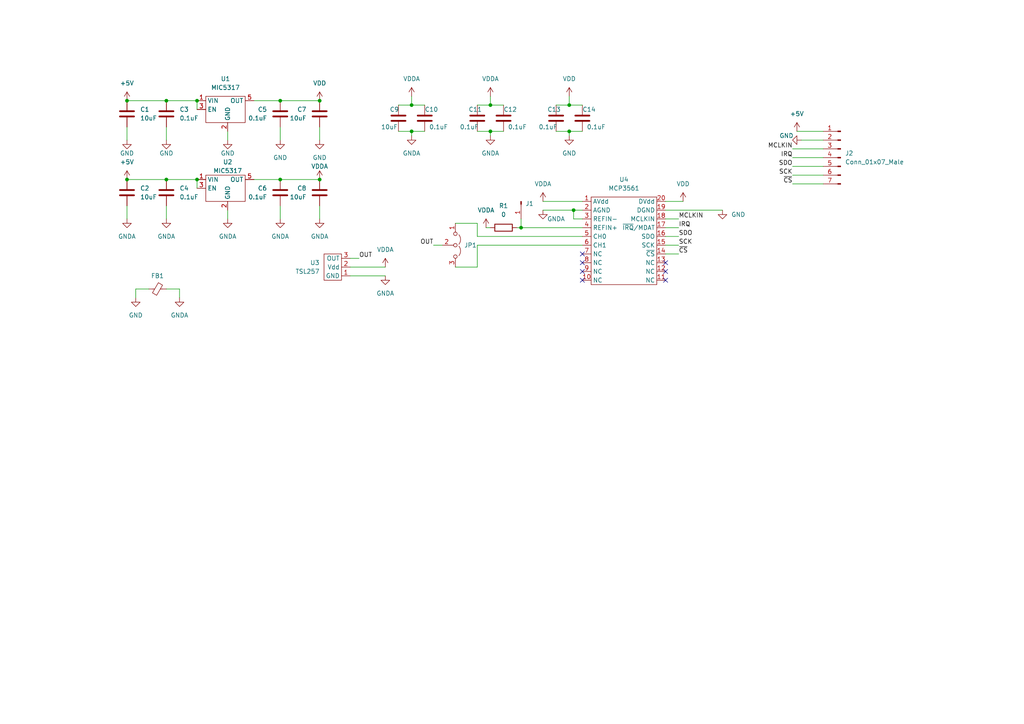
<source format=kicad_sch>
(kicad_sch (version 20211123) (generator eeschema)

  (uuid a6d69572-0b02-4e7d-b170-a14b11f18bbe)

  (paper "A4")

  (lib_symbols
    (symbol "Connector:Conn_01x01_Male" (pin_names (offset 1.016) hide) (in_bom yes) (on_board yes)
      (property "Reference" "J" (id 0) (at 0 2.54 0)
        (effects (font (size 1.27 1.27)))
      )
      (property "Value" "Conn_01x01_Male" (id 1) (at 0 -2.54 0)
        (effects (font (size 1.27 1.27)))
      )
      (property "Footprint" "" (id 2) (at 0 0 0)
        (effects (font (size 1.27 1.27)) hide)
      )
      (property "Datasheet" "~" (id 3) (at 0 0 0)
        (effects (font (size 1.27 1.27)) hide)
      )
      (property "ki_keywords" "connector" (id 4) (at 0 0 0)
        (effects (font (size 1.27 1.27)) hide)
      )
      (property "ki_description" "Generic connector, single row, 01x01, script generated (kicad-library-utils/schlib/autogen/connector/)" (id 5) (at 0 0 0)
        (effects (font (size 1.27 1.27)) hide)
      )
      (property "ki_fp_filters" "Connector*:*" (id 6) (at 0 0 0)
        (effects (font (size 1.27 1.27)) hide)
      )
      (symbol "Conn_01x01_Male_1_1"
        (polyline
          (pts
            (xy 1.27 0)
            (xy 0.8636 0)
          )
          (stroke (width 0.1524) (type default) (color 0 0 0 0))
          (fill (type none))
        )
        (rectangle (start 0.8636 0.127) (end 0 -0.127)
          (stroke (width 0.1524) (type default) (color 0 0 0 0))
          (fill (type outline))
        )
        (pin passive line (at 5.08 0 180) (length 3.81)
          (name "Pin_1" (effects (font (size 1.27 1.27))))
          (number "1" (effects (font (size 1.27 1.27))))
        )
      )
    )
    (symbol "Connector:Conn_01x07_Male" (pin_names (offset 1.016) hide) (in_bom yes) (on_board yes)
      (property "Reference" "J" (id 0) (at 0 10.16 0)
        (effects (font (size 1.27 1.27)))
      )
      (property "Value" "Conn_01x07_Male" (id 1) (at 0 -10.16 0)
        (effects (font (size 1.27 1.27)))
      )
      (property "Footprint" "" (id 2) (at 0 0 0)
        (effects (font (size 1.27 1.27)) hide)
      )
      (property "Datasheet" "~" (id 3) (at 0 0 0)
        (effects (font (size 1.27 1.27)) hide)
      )
      (property "ki_keywords" "connector" (id 4) (at 0 0 0)
        (effects (font (size 1.27 1.27)) hide)
      )
      (property "ki_description" "Generic connector, single row, 01x07, script generated (kicad-library-utils/schlib/autogen/connector/)" (id 5) (at 0 0 0)
        (effects (font (size 1.27 1.27)) hide)
      )
      (property "ki_fp_filters" "Connector*:*_1x??_*" (id 6) (at 0 0 0)
        (effects (font (size 1.27 1.27)) hide)
      )
      (symbol "Conn_01x07_Male_1_1"
        (polyline
          (pts
            (xy 1.27 -7.62)
            (xy 0.8636 -7.62)
          )
          (stroke (width 0.1524) (type default) (color 0 0 0 0))
          (fill (type none))
        )
        (polyline
          (pts
            (xy 1.27 -5.08)
            (xy 0.8636 -5.08)
          )
          (stroke (width 0.1524) (type default) (color 0 0 0 0))
          (fill (type none))
        )
        (polyline
          (pts
            (xy 1.27 -2.54)
            (xy 0.8636 -2.54)
          )
          (stroke (width 0.1524) (type default) (color 0 0 0 0))
          (fill (type none))
        )
        (polyline
          (pts
            (xy 1.27 0)
            (xy 0.8636 0)
          )
          (stroke (width 0.1524) (type default) (color 0 0 0 0))
          (fill (type none))
        )
        (polyline
          (pts
            (xy 1.27 2.54)
            (xy 0.8636 2.54)
          )
          (stroke (width 0.1524) (type default) (color 0 0 0 0))
          (fill (type none))
        )
        (polyline
          (pts
            (xy 1.27 5.08)
            (xy 0.8636 5.08)
          )
          (stroke (width 0.1524) (type default) (color 0 0 0 0))
          (fill (type none))
        )
        (polyline
          (pts
            (xy 1.27 7.62)
            (xy 0.8636 7.62)
          )
          (stroke (width 0.1524) (type default) (color 0 0 0 0))
          (fill (type none))
        )
        (rectangle (start 0.8636 -7.493) (end 0 -7.747)
          (stroke (width 0.1524) (type default) (color 0 0 0 0))
          (fill (type outline))
        )
        (rectangle (start 0.8636 -4.953) (end 0 -5.207)
          (stroke (width 0.1524) (type default) (color 0 0 0 0))
          (fill (type outline))
        )
        (rectangle (start 0.8636 -2.413) (end 0 -2.667)
          (stroke (width 0.1524) (type default) (color 0 0 0 0))
          (fill (type outline))
        )
        (rectangle (start 0.8636 0.127) (end 0 -0.127)
          (stroke (width 0.1524) (type default) (color 0 0 0 0))
          (fill (type outline))
        )
        (rectangle (start 0.8636 2.667) (end 0 2.413)
          (stroke (width 0.1524) (type default) (color 0 0 0 0))
          (fill (type outline))
        )
        (rectangle (start 0.8636 5.207) (end 0 4.953)
          (stroke (width 0.1524) (type default) (color 0 0 0 0))
          (fill (type outline))
        )
        (rectangle (start 0.8636 7.747) (end 0 7.493)
          (stroke (width 0.1524) (type default) (color 0 0 0 0))
          (fill (type outline))
        )
        (pin passive line (at 5.08 7.62 180) (length 3.81)
          (name "Pin_1" (effects (font (size 1.27 1.27))))
          (number "1" (effects (font (size 1.27 1.27))))
        )
        (pin passive line (at 5.08 5.08 180) (length 3.81)
          (name "Pin_2" (effects (font (size 1.27 1.27))))
          (number "2" (effects (font (size 1.27 1.27))))
        )
        (pin passive line (at 5.08 2.54 180) (length 3.81)
          (name "Pin_3" (effects (font (size 1.27 1.27))))
          (number "3" (effects (font (size 1.27 1.27))))
        )
        (pin passive line (at 5.08 0 180) (length 3.81)
          (name "Pin_4" (effects (font (size 1.27 1.27))))
          (number "4" (effects (font (size 1.27 1.27))))
        )
        (pin passive line (at 5.08 -2.54 180) (length 3.81)
          (name "Pin_5" (effects (font (size 1.27 1.27))))
          (number "5" (effects (font (size 1.27 1.27))))
        )
        (pin passive line (at 5.08 -5.08 180) (length 3.81)
          (name "Pin_6" (effects (font (size 1.27 1.27))))
          (number "6" (effects (font (size 1.27 1.27))))
        )
        (pin passive line (at 5.08 -7.62 180) (length 3.81)
          (name "Pin_7" (effects (font (size 1.27 1.27))))
          (number "7" (effects (font (size 1.27 1.27))))
        )
      )
    )
    (symbol "Device:C" (pin_numbers hide) (pin_names (offset 0.254)) (in_bom yes) (on_board yes)
      (property "Reference" "C" (id 0) (at 0.635 2.54 0)
        (effects (font (size 1.27 1.27)) (justify left))
      )
      (property "Value" "C" (id 1) (at 0.635 -2.54 0)
        (effects (font (size 1.27 1.27)) (justify left))
      )
      (property "Footprint" "" (id 2) (at 0.9652 -3.81 0)
        (effects (font (size 1.27 1.27)) hide)
      )
      (property "Datasheet" "~" (id 3) (at 0 0 0)
        (effects (font (size 1.27 1.27)) hide)
      )
      (property "ki_keywords" "cap capacitor" (id 4) (at 0 0 0)
        (effects (font (size 1.27 1.27)) hide)
      )
      (property "ki_description" "Unpolarized capacitor" (id 5) (at 0 0 0)
        (effects (font (size 1.27 1.27)) hide)
      )
      (property "ki_fp_filters" "C_*" (id 6) (at 0 0 0)
        (effects (font (size 1.27 1.27)) hide)
      )
      (symbol "C_0_1"
        (polyline
          (pts
            (xy -2.032 -0.762)
            (xy 2.032 -0.762)
          )
          (stroke (width 0.508) (type default) (color 0 0 0 0))
          (fill (type none))
        )
        (polyline
          (pts
            (xy -2.032 0.762)
            (xy 2.032 0.762)
          )
          (stroke (width 0.508) (type default) (color 0 0 0 0))
          (fill (type none))
        )
      )
      (symbol "C_1_1"
        (pin passive line (at 0 3.81 270) (length 2.794)
          (name "~" (effects (font (size 1.27 1.27))))
          (number "1" (effects (font (size 1.27 1.27))))
        )
        (pin passive line (at 0 -3.81 90) (length 2.794)
          (name "~" (effects (font (size 1.27 1.27))))
          (number "2" (effects (font (size 1.27 1.27))))
        )
      )
    )
    (symbol "Device:FerriteBead_Small" (pin_numbers hide) (pin_names (offset 0)) (in_bom yes) (on_board yes)
      (property "Reference" "FB" (id 0) (at 1.905 1.27 0)
        (effects (font (size 1.27 1.27)) (justify left))
      )
      (property "Value" "FerriteBead_Small" (id 1) (at 1.905 -1.27 0)
        (effects (font (size 1.27 1.27)) (justify left))
      )
      (property "Footprint" "" (id 2) (at -1.778 0 90)
        (effects (font (size 1.27 1.27)) hide)
      )
      (property "Datasheet" "~" (id 3) (at 0 0 0)
        (effects (font (size 1.27 1.27)) hide)
      )
      (property "ki_keywords" "L ferrite bead inductor filter" (id 4) (at 0 0 0)
        (effects (font (size 1.27 1.27)) hide)
      )
      (property "ki_description" "Ferrite bead, small symbol" (id 5) (at 0 0 0)
        (effects (font (size 1.27 1.27)) hide)
      )
      (property "ki_fp_filters" "Inductor_* L_* *Ferrite*" (id 6) (at 0 0 0)
        (effects (font (size 1.27 1.27)) hide)
      )
      (symbol "FerriteBead_Small_0_1"
        (polyline
          (pts
            (xy 0 -1.27)
            (xy 0 -0.7874)
          )
          (stroke (width 0) (type default) (color 0 0 0 0))
          (fill (type none))
        )
        (polyline
          (pts
            (xy 0 0.889)
            (xy 0 1.2954)
          )
          (stroke (width 0) (type default) (color 0 0 0 0))
          (fill (type none))
        )
        (polyline
          (pts
            (xy -1.8288 0.2794)
            (xy -1.1176 1.4986)
            (xy 1.8288 -0.2032)
            (xy 1.1176 -1.4224)
            (xy -1.8288 0.2794)
          )
          (stroke (width 0) (type default) (color 0 0 0 0))
          (fill (type none))
        )
      )
      (symbol "FerriteBead_Small_1_1"
        (pin passive line (at 0 2.54 270) (length 1.27)
          (name "~" (effects (font (size 1.27 1.27))))
          (number "1" (effects (font (size 1.27 1.27))))
        )
        (pin passive line (at 0 -2.54 90) (length 1.27)
          (name "~" (effects (font (size 1.27 1.27))))
          (number "2" (effects (font (size 1.27 1.27))))
        )
      )
    )
    (symbol "Device:R" (pin_numbers hide) (pin_names (offset 0)) (in_bom yes) (on_board yes)
      (property "Reference" "R" (id 0) (at 2.032 0 90)
        (effects (font (size 1.27 1.27)))
      )
      (property "Value" "R" (id 1) (at 0 0 90)
        (effects (font (size 1.27 1.27)))
      )
      (property "Footprint" "" (id 2) (at -1.778 0 90)
        (effects (font (size 1.27 1.27)) hide)
      )
      (property "Datasheet" "~" (id 3) (at 0 0 0)
        (effects (font (size 1.27 1.27)) hide)
      )
      (property "ki_keywords" "R res resistor" (id 4) (at 0 0 0)
        (effects (font (size 1.27 1.27)) hide)
      )
      (property "ki_description" "Resistor" (id 5) (at 0 0 0)
        (effects (font (size 1.27 1.27)) hide)
      )
      (property "ki_fp_filters" "R_*" (id 6) (at 0 0 0)
        (effects (font (size 1.27 1.27)) hide)
      )
      (symbol "R_0_1"
        (rectangle (start -1.016 -2.54) (end 1.016 2.54)
          (stroke (width 0.254) (type default) (color 0 0 0 0))
          (fill (type none))
        )
      )
      (symbol "R_1_1"
        (pin passive line (at 0 3.81 270) (length 1.27)
          (name "~" (effects (font (size 1.27 1.27))))
          (number "1" (effects (font (size 1.27 1.27))))
        )
        (pin passive line (at 0 -3.81 90) (length 1.27)
          (name "~" (effects (font (size 1.27 1.27))))
          (number "2" (effects (font (size 1.27 1.27))))
        )
      )
    )
    (symbol "Jumper:Jumper_3_Open" (pin_names (offset 0) hide) (in_bom yes) (on_board yes)
      (property "Reference" "JP" (id 0) (at -2.54 -2.54 0)
        (effects (font (size 1.27 1.27)))
      )
      (property "Value" "Jumper_3_Open" (id 1) (at 0 2.794 0)
        (effects (font (size 1.27 1.27)))
      )
      (property "Footprint" "" (id 2) (at 0 0 0)
        (effects (font (size 1.27 1.27)) hide)
      )
      (property "Datasheet" "~" (id 3) (at 0 0 0)
        (effects (font (size 1.27 1.27)) hide)
      )
      (property "ki_keywords" "Jumper SPDT" (id 4) (at 0 0 0)
        (effects (font (size 1.27 1.27)) hide)
      )
      (property "ki_description" "Jumper, 3-pole, both open" (id 5) (at 0 0 0)
        (effects (font (size 1.27 1.27)) hide)
      )
      (property "ki_fp_filters" "Jumper* TestPoint*3Pads* TestPoint*Bridge*" (id 6) (at 0 0 0)
        (effects (font (size 1.27 1.27)) hide)
      )
      (symbol "Jumper_3_Open_0_0"
        (circle (center -3.302 0) (radius 0.508)
          (stroke (width 0) (type default) (color 0 0 0 0))
          (fill (type none))
        )
        (circle (center 0 0) (radius 0.508)
          (stroke (width 0) (type default) (color 0 0 0 0))
          (fill (type none))
        )
        (circle (center 3.302 0) (radius 0.508)
          (stroke (width 0) (type default) (color 0 0 0 0))
          (fill (type none))
        )
      )
      (symbol "Jumper_3_Open_0_1"
        (arc (start -0.254 1.016) (mid -1.651 1.4992) (end -3.048 1.016)
          (stroke (width 0) (type default) (color 0 0 0 0))
          (fill (type none))
        )
        (polyline
          (pts
            (xy 0 -0.508)
            (xy 0 -1.27)
          )
          (stroke (width 0) (type default) (color 0 0 0 0))
          (fill (type none))
        )
        (arc (start 3.048 1.016) (mid 1.651 1.4992) (end 0.254 1.016)
          (stroke (width 0) (type default) (color 0 0 0 0))
          (fill (type none))
        )
      )
      (symbol "Jumper_3_Open_1_1"
        (pin passive line (at -6.35 0 0) (length 2.54)
          (name "A" (effects (font (size 1.27 1.27))))
          (number "1" (effects (font (size 1.27 1.27))))
        )
        (pin input line (at 0 -3.81 90) (length 2.54)
          (name "C" (effects (font (size 1.27 1.27))))
          (number "2" (effects (font (size 1.27 1.27))))
        )
        (pin passive line (at 6.35 0 180) (length 2.54)
          (name "B" (effects (font (size 1.27 1.27))))
          (number "3" (effects (font (size 1.27 1.27))))
        )
      )
    )
    (symbol "components:MCP3561" (in_bom yes) (on_board yes)
      (property "Reference" "U" (id 0) (at 0 7.62 0)
        (effects (font (size 1.27 1.27)))
      )
      (property "Value" "MCP3561" (id 1) (at 0 10.16 0)
        (effects (font (size 1.27 1.27)))
      )
      (property "Footprint" "" (id 2) (at 0 7.62 0)
        (effects (font (size 1.27 1.27)) hide)
      )
      (property "Datasheet" "" (id 3) (at 0 7.62 0)
        (effects (font (size 1.27 1.27)) hide)
      )
      (symbol "MCP3561_0_1"
        (rectangle (start 2.54 5.08) (end 21.59 -20.32)
          (stroke (width 0) (type default) (color 0 0 0 0))
          (fill (type none))
        )
      )
      (symbol "MCP3561_1_1"
        (pin input line (at 0 3.81 0) (length 2.54)
          (name "AVdd" (effects (font (size 1.27 1.27))))
          (number "1" (effects (font (size 1.27 1.27))))
        )
        (pin input line (at 0 -19.05 0) (length 2.54)
          (name "NC" (effects (font (size 1.27 1.27))))
          (number "10" (effects (font (size 1.27 1.27))))
        )
        (pin input line (at 24.13 -19.05 180) (length 2.54)
          (name "NC" (effects (font (size 1.27 1.27))))
          (number "11" (effects (font (size 1.27 1.27))))
        )
        (pin input line (at 24.13 -16.51 180) (length 2.54)
          (name "NC" (effects (font (size 1.27 1.27))))
          (number "12" (effects (font (size 1.27 1.27))))
        )
        (pin input line (at 24.13 -13.97 180) (length 2.54)
          (name "NC" (effects (font (size 1.27 1.27))))
          (number "13" (effects (font (size 1.27 1.27))))
        )
        (pin input line (at 24.13 -11.43 180) (length 2.54)
          (name "~{CS}" (effects (font (size 1.27 1.27))))
          (number "14" (effects (font (size 1.27 1.27))))
        )
        (pin input line (at 24.13 -8.89 180) (length 2.54)
          (name "SCK" (effects (font (size 1.27 1.27))))
          (number "15" (effects (font (size 1.27 1.27))))
        )
        (pin input line (at 24.13 -6.35 180) (length 2.54)
          (name "SDO" (effects (font (size 1.27 1.27))))
          (number "16" (effects (font (size 1.27 1.27))))
        )
        (pin input line (at 24.13 -3.81 180) (length 2.54)
          (name "~{IRQ}/MDAT" (effects (font (size 1.27 1.27))))
          (number "17" (effects (font (size 1.27 1.27))))
        )
        (pin input line (at 24.13 -1.27 180) (length 2.54)
          (name "MCLKIN" (effects (font (size 1.27 1.27))))
          (number "18" (effects (font (size 1.27 1.27))))
        )
        (pin input line (at 24.13 1.27 180) (length 2.54)
          (name "DGND" (effects (font (size 1.27 1.27))))
          (number "19" (effects (font (size 1.27 1.27))))
        )
        (pin input line (at 0 1.27 0) (length 2.54)
          (name "AGND" (effects (font (size 1.27 1.27))))
          (number "2" (effects (font (size 1.27 1.27))))
        )
        (pin input line (at 24.13 3.81 180) (length 2.54)
          (name "DVdd" (effects (font (size 1.27 1.27))))
          (number "20" (effects (font (size 1.27 1.27))))
        )
        (pin input line (at 0 -1.27 0) (length 2.54)
          (name "REFIN-" (effects (font (size 1.27 1.27))))
          (number "3" (effects (font (size 1.27 1.27))))
        )
        (pin input line (at 0 -3.81 0) (length 2.54)
          (name "REFIN+" (effects (font (size 1.27 1.27))))
          (number "4" (effects (font (size 1.27 1.27))))
        )
        (pin input line (at 0 -6.35 0) (length 2.54)
          (name "CH0" (effects (font (size 1.27 1.27))))
          (number "5" (effects (font (size 1.27 1.27))))
        )
        (pin input line (at 0 -8.89 0) (length 2.54)
          (name "CH1" (effects (font (size 1.27 1.27))))
          (number "6" (effects (font (size 1.27 1.27))))
        )
        (pin input line (at 0 -11.43 0) (length 2.54)
          (name "NC" (effects (font (size 1.27 1.27))))
          (number "7" (effects (font (size 1.27 1.27))))
        )
        (pin input line (at 0 -13.97 0) (length 2.54)
          (name "NC" (effects (font (size 1.27 1.27))))
          (number "8" (effects (font (size 1.27 1.27))))
        )
        (pin input line (at 0 -16.51 0) (length 2.54)
          (name "NC" (effects (font (size 1.27 1.27))))
          (number "9" (effects (font (size 1.27 1.27))))
        )
      )
    )
    (symbol "components:MIC5317" (in_bom yes) (on_board yes)
      (property "Reference" "U" (id 0) (at 0 3.81 0)
        (effects (font (size 1.27 1.27)))
      )
      (property "Value" "MIC5317" (id 1) (at 0 6.35 0)
        (effects (font (size 1.27 1.27)))
      )
      (property "Footprint" "" (id 2) (at 0 0 0)
        (effects (font (size 1.27 1.27)) hide)
      )
      (property "Datasheet" "" (id 3) (at 0 0 0)
        (effects (font (size 1.27 1.27)) hide)
      )
      (symbol "MIC5317_0_1"
        (rectangle (start 0 1.27) (end 11.43 -6.35)
          (stroke (width 0) (type default) (color 0 0 0 0))
          (fill (type none))
        )
      )
      (symbol "MIC5317_1_1"
        (pin input line (at -2.54 0 0) (length 2.54)
          (name "VIN" (effects (font (size 1.27 1.27))))
          (number "1" (effects (font (size 1.27 1.27))))
        )
        (pin input line (at 6.35 -8.89 90) (length 2.54)
          (name "GND" (effects (font (size 1.27 1.27))))
          (number "2" (effects (font (size 1.27 1.27))))
        )
        (pin input line (at -2.54 -2.54 0) (length 2.54)
          (name "EN" (effects (font (size 1.27 1.27))))
          (number "3" (effects (font (size 1.27 1.27))))
        )
        (pin input line (at 13.97 0 180) (length 2.54)
          (name "OUT" (effects (font (size 1.27 1.27))))
          (number "5" (effects (font (size 1.27 1.27))))
        )
      )
    )
    (symbol "components:TSL257" (in_bom yes) (on_board yes)
      (property "Reference" "U" (id 0) (at 0 3.81 0)
        (effects (font (size 1.27 1.27)))
      )
      (property "Value" "TSL257" (id 1) (at 0 6.35 0)
        (effects (font (size 1.27 1.27)))
      )
      (property "Footprint" "" (id 2) (at 0 0 0)
        (effects (font (size 1.27 1.27)) hide)
      )
      (property "Datasheet" "" (id 3) (at 0 0 0)
        (effects (font (size 1.27 1.27)) hide)
      )
      (symbol "TSL257_0_1"
        (rectangle (start -2.54 2.54) (end 2.54 -5.08)
          (stroke (width 0) (type default) (color 0 0 0 0))
          (fill (type none))
        )
      )
      (symbol "TSL257_1_1"
        (pin input line (at 5.08 1.27 180) (length 2.54)
          (name "GND" (effects (font (size 1.27 1.27))))
          (number "1" (effects (font (size 1.27 1.27))))
        )
        (pin input line (at 5.08 -1.27 180) (length 2.54)
          (name "Vdd" (effects (font (size 1.27 1.27))))
          (number "2" (effects (font (size 1.27 1.27))))
        )
        (pin input line (at 5.08 -3.81 180) (length 2.54)
          (name "OUT" (effects (font (size 1.27 1.27))))
          (number "3" (effects (font (size 1.27 1.27))))
        )
      )
    )
    (symbol "power:+5V" (power) (pin_names (offset 0)) (in_bom yes) (on_board yes)
      (property "Reference" "#PWR" (id 0) (at 0 -3.81 0)
        (effects (font (size 1.27 1.27)) hide)
      )
      (property "Value" "+5V" (id 1) (at 0 3.556 0)
        (effects (font (size 1.27 1.27)))
      )
      (property "Footprint" "" (id 2) (at 0 0 0)
        (effects (font (size 1.27 1.27)) hide)
      )
      (property "Datasheet" "" (id 3) (at 0 0 0)
        (effects (font (size 1.27 1.27)) hide)
      )
      (property "ki_keywords" "power-flag" (id 4) (at 0 0 0)
        (effects (font (size 1.27 1.27)) hide)
      )
      (property "ki_description" "Power symbol creates a global label with name \"+5V\"" (id 5) (at 0 0 0)
        (effects (font (size 1.27 1.27)) hide)
      )
      (symbol "+5V_0_1"
        (polyline
          (pts
            (xy -0.762 1.27)
            (xy 0 2.54)
          )
          (stroke (width 0) (type default) (color 0 0 0 0))
          (fill (type none))
        )
        (polyline
          (pts
            (xy 0 0)
            (xy 0 2.54)
          )
          (stroke (width 0) (type default) (color 0 0 0 0))
          (fill (type none))
        )
        (polyline
          (pts
            (xy 0 2.54)
            (xy 0.762 1.27)
          )
          (stroke (width 0) (type default) (color 0 0 0 0))
          (fill (type none))
        )
      )
      (symbol "+5V_1_1"
        (pin power_in line (at 0 0 90) (length 0) hide
          (name "+5V" (effects (font (size 1.27 1.27))))
          (number "1" (effects (font (size 1.27 1.27))))
        )
      )
    )
    (symbol "power:GND" (power) (pin_names (offset 0)) (in_bom yes) (on_board yes)
      (property "Reference" "#PWR" (id 0) (at 0 -6.35 0)
        (effects (font (size 1.27 1.27)) hide)
      )
      (property "Value" "GND" (id 1) (at 0 -3.81 0)
        (effects (font (size 1.27 1.27)))
      )
      (property "Footprint" "" (id 2) (at 0 0 0)
        (effects (font (size 1.27 1.27)) hide)
      )
      (property "Datasheet" "" (id 3) (at 0 0 0)
        (effects (font (size 1.27 1.27)) hide)
      )
      (property "ki_keywords" "power-flag" (id 4) (at 0 0 0)
        (effects (font (size 1.27 1.27)) hide)
      )
      (property "ki_description" "Power symbol creates a global label with name \"GND\" , ground" (id 5) (at 0 0 0)
        (effects (font (size 1.27 1.27)) hide)
      )
      (symbol "GND_0_1"
        (polyline
          (pts
            (xy 0 0)
            (xy 0 -1.27)
            (xy 1.27 -1.27)
            (xy 0 -2.54)
            (xy -1.27 -1.27)
            (xy 0 -1.27)
          )
          (stroke (width 0) (type default) (color 0 0 0 0))
          (fill (type none))
        )
      )
      (symbol "GND_1_1"
        (pin power_in line (at 0 0 270) (length 0) hide
          (name "GND" (effects (font (size 1.27 1.27))))
          (number "1" (effects (font (size 1.27 1.27))))
        )
      )
    )
    (symbol "power:GNDA" (power) (pin_names (offset 0)) (in_bom yes) (on_board yes)
      (property "Reference" "#PWR" (id 0) (at 0 -6.35 0)
        (effects (font (size 1.27 1.27)) hide)
      )
      (property "Value" "GNDA" (id 1) (at 0 -3.81 0)
        (effects (font (size 1.27 1.27)))
      )
      (property "Footprint" "" (id 2) (at 0 0 0)
        (effects (font (size 1.27 1.27)) hide)
      )
      (property "Datasheet" "" (id 3) (at 0 0 0)
        (effects (font (size 1.27 1.27)) hide)
      )
      (property "ki_keywords" "power-flag" (id 4) (at 0 0 0)
        (effects (font (size 1.27 1.27)) hide)
      )
      (property "ki_description" "Power symbol creates a global label with name \"GNDA\" , analog ground" (id 5) (at 0 0 0)
        (effects (font (size 1.27 1.27)) hide)
      )
      (symbol "GNDA_0_1"
        (polyline
          (pts
            (xy 0 0)
            (xy 0 -1.27)
            (xy 1.27 -1.27)
            (xy 0 -2.54)
            (xy -1.27 -1.27)
            (xy 0 -1.27)
          )
          (stroke (width 0) (type default) (color 0 0 0 0))
          (fill (type none))
        )
      )
      (symbol "GNDA_1_1"
        (pin power_in line (at 0 0 270) (length 0) hide
          (name "GNDA" (effects (font (size 1.27 1.27))))
          (number "1" (effects (font (size 1.27 1.27))))
        )
      )
    )
    (symbol "power:VDD" (power) (pin_names (offset 0)) (in_bom yes) (on_board yes)
      (property "Reference" "#PWR" (id 0) (at 0 -3.81 0)
        (effects (font (size 1.27 1.27)) hide)
      )
      (property "Value" "VDD" (id 1) (at 0 3.81 0)
        (effects (font (size 1.27 1.27)))
      )
      (property "Footprint" "" (id 2) (at 0 0 0)
        (effects (font (size 1.27 1.27)) hide)
      )
      (property "Datasheet" "" (id 3) (at 0 0 0)
        (effects (font (size 1.27 1.27)) hide)
      )
      (property "ki_keywords" "power-flag" (id 4) (at 0 0 0)
        (effects (font (size 1.27 1.27)) hide)
      )
      (property "ki_description" "Power symbol creates a global label with name \"VDD\"" (id 5) (at 0 0 0)
        (effects (font (size 1.27 1.27)) hide)
      )
      (symbol "VDD_0_1"
        (polyline
          (pts
            (xy -0.762 1.27)
            (xy 0 2.54)
          )
          (stroke (width 0) (type default) (color 0 0 0 0))
          (fill (type none))
        )
        (polyline
          (pts
            (xy 0 0)
            (xy 0 2.54)
          )
          (stroke (width 0) (type default) (color 0 0 0 0))
          (fill (type none))
        )
        (polyline
          (pts
            (xy 0 2.54)
            (xy 0.762 1.27)
          )
          (stroke (width 0) (type default) (color 0 0 0 0))
          (fill (type none))
        )
      )
      (symbol "VDD_1_1"
        (pin power_in line (at 0 0 90) (length 0) hide
          (name "VDD" (effects (font (size 1.27 1.27))))
          (number "1" (effects (font (size 1.27 1.27))))
        )
      )
    )
    (symbol "power:VDDA" (power) (pin_names (offset 0)) (in_bom yes) (on_board yes)
      (property "Reference" "#PWR" (id 0) (at 0 -3.81 0)
        (effects (font (size 1.27 1.27)) hide)
      )
      (property "Value" "VDDA" (id 1) (at 0 3.81 0)
        (effects (font (size 1.27 1.27)))
      )
      (property "Footprint" "" (id 2) (at 0 0 0)
        (effects (font (size 1.27 1.27)) hide)
      )
      (property "Datasheet" "" (id 3) (at 0 0 0)
        (effects (font (size 1.27 1.27)) hide)
      )
      (property "ki_keywords" "power-flag" (id 4) (at 0 0 0)
        (effects (font (size 1.27 1.27)) hide)
      )
      (property "ki_description" "Power symbol creates a global label with name \"VDDA\"" (id 5) (at 0 0 0)
        (effects (font (size 1.27 1.27)) hide)
      )
      (symbol "VDDA_0_1"
        (polyline
          (pts
            (xy -0.762 1.27)
            (xy 0 2.54)
          )
          (stroke (width 0) (type default) (color 0 0 0 0))
          (fill (type none))
        )
        (polyline
          (pts
            (xy 0 0)
            (xy 0 2.54)
          )
          (stroke (width 0) (type default) (color 0 0 0 0))
          (fill (type none))
        )
        (polyline
          (pts
            (xy 0 2.54)
            (xy 0.762 1.27)
          )
          (stroke (width 0) (type default) (color 0 0 0 0))
          (fill (type none))
        )
      )
      (symbol "VDDA_1_1"
        (pin power_in line (at 0 0 90) (length 0) hide
          (name "VDDA" (effects (font (size 1.27 1.27))))
          (number "1" (effects (font (size 1.27 1.27))))
        )
      )
    )
  )


  (junction (at 142.24 38.1) (diameter 0) (color 0 0 0 0)
    (uuid 0024080c-2684-44e2-b2f9-b9434ee46927)
  )
  (junction (at 119.38 30.48) (diameter 0) (color 0 0 0 0)
    (uuid 0db8fb2d-da7c-4fff-b03b-187859aeffb8)
  )
  (junction (at 36.83 29.21) (diameter 0) (color 0 0 0 0)
    (uuid 0ec12806-daa7-4888-9060-f3d8c9c9091d)
  )
  (junction (at 36.83 52.07) (diameter 0) (color 0 0 0 0)
    (uuid 138f799a-f751-4270-92c5-e54eaed959b4)
  )
  (junction (at 92.71 29.21) (diameter 0) (color 0 0 0 0)
    (uuid 170ee94d-c897-4588-98c4-33f078edb1aa)
  )
  (junction (at 165.1 30.48) (diameter 0) (color 0 0 0 0)
    (uuid 1bfb0c43-1619-4810-818d-d13723581a01)
  )
  (junction (at 48.26 29.21) (diameter 0) (color 0 0 0 0)
    (uuid 2375b386-fcb6-48e0-ab26-d352c8cf7678)
  )
  (junction (at 166.37 60.96) (diameter 0) (color 0 0 0 0)
    (uuid 3ef5242a-e9eb-42a7-af69-2ce211bac470)
  )
  (junction (at 165.1 38.1) (diameter 0) (color 0 0 0 0)
    (uuid 55e925a8-6c7d-490d-8519-a8c2ad2ca0d9)
  )
  (junction (at 81.28 52.07) (diameter 0) (color 0 0 0 0)
    (uuid 68e61e60-148f-4a2c-8935-c9898a672a58)
  )
  (junction (at 57.15 52.07) (diameter 0) (color 0 0 0 0)
    (uuid 7cf09831-51ba-4192-b706-73e6315ed6f2)
  )
  (junction (at 57.15 29.21) (diameter 0) (color 0 0 0 0)
    (uuid 7fbca8ed-892f-4a1a-8da4-690d6c31b936)
  )
  (junction (at 48.26 52.07) (diameter 0) (color 0 0 0 0)
    (uuid 8f22e8c9-ca79-4628-9004-342965d505eb)
  )
  (junction (at 151.13 66.04) (diameter 0) (color 0 0 0 0)
    (uuid b981e927-007b-4a52-afe4-241f5d1bb0e3)
  )
  (junction (at 92.71 52.07) (diameter 0) (color 0 0 0 0)
    (uuid d436b1e9-02da-4ad9-af84-605bc427c273)
  )
  (junction (at 119.38 38.1) (diameter 0) (color 0 0 0 0)
    (uuid e7d0347b-d3f5-4e41-9c5f-fd73be9deb62)
  )
  (junction (at 81.28 29.21) (diameter 0) (color 0 0 0 0)
    (uuid ea7574d8-3d0e-45f0-acff-4e67099f4fb4)
  )
  (junction (at 142.24 30.48) (diameter 0) (color 0 0 0 0)
    (uuid f8f8bc2b-b02d-47e1-bc33-ccab96361e37)
  )

  (no_connect (at 168.91 73.66) (uuid 2fb010f6-1554-42f4-a94a-157b401c9f6c))
  (no_connect (at 168.91 76.2) (uuid 2fb010f6-1554-42f4-a94a-157b401c9f6c))
  (no_connect (at 168.91 78.74) (uuid 2fb010f6-1554-42f4-a94a-157b401c9f6c))
  (no_connect (at 168.91 81.28) (uuid 2fb010f6-1554-42f4-a94a-157b401c9f6c))
  (no_connect (at 193.04 81.28) (uuid e93d793e-411f-4cc6-bdcf-a8cb5acabe5b))
  (no_connect (at 193.04 78.74) (uuid e93d793e-411f-4cc6-bdcf-a8cb5acabe5b))
  (no_connect (at 193.04 76.2) (uuid e93d793e-411f-4cc6-bdcf-a8cb5acabe5b))

  (wire (pts (xy 57.15 29.21) (xy 57.15 31.75))
    (stroke (width 0) (type default) (color 0 0 0 0))
    (uuid 00eeac40-5336-4221-aab9-defe103ff43d)
  )
  (wire (pts (xy 123.19 38.1) (xy 119.38 38.1))
    (stroke (width 0) (type default) (color 0 0 0 0))
    (uuid 0362e620-a97b-4882-a4db-104b0c6b6f59)
  )
  (wire (pts (xy 81.28 59.69) (xy 81.28 63.5))
    (stroke (width 0) (type default) (color 0 0 0 0))
    (uuid 09042df5-7391-43da-9c4f-6c567f9041ba)
  )
  (wire (pts (xy 101.6 77.47) (xy 111.76 77.47))
    (stroke (width 0) (type default) (color 0 0 0 0))
    (uuid 16037926-6b3d-4181-8d86-378c4efeade9)
  )
  (wire (pts (xy 138.43 38.1) (xy 142.24 38.1))
    (stroke (width 0) (type default) (color 0 0 0 0))
    (uuid 1b4f7cb2-8413-4736-8426-5dedf7a282e9)
  )
  (wire (pts (xy 166.37 60.96) (xy 168.91 60.96))
    (stroke (width 0) (type default) (color 0 0 0 0))
    (uuid 20c0d19d-8a82-4e4a-9b03-f42da4b51e06)
  )
  (wire (pts (xy 168.91 30.48) (xy 165.1 30.48))
    (stroke (width 0) (type default) (color 0 0 0 0))
    (uuid 229d44c2-e359-4878-b939-c31e3f9e0925)
  )
  (wire (pts (xy 193.04 71.12) (xy 196.85 71.12))
    (stroke (width 0) (type default) (color 0 0 0 0))
    (uuid 24f4ffae-af79-4235-b058-1f89c42457d3)
  )
  (wire (pts (xy 146.05 30.48) (xy 142.24 30.48))
    (stroke (width 0) (type default) (color 0 0 0 0))
    (uuid 2553e5ed-5220-420c-b6c3-5ceca7f14b8d)
  )
  (wire (pts (xy 229.87 48.26) (xy 238.76 48.26))
    (stroke (width 0) (type default) (color 0 0 0 0))
    (uuid 26924876-2944-458c-a76d-19a5f610b672)
  )
  (wire (pts (xy 73.66 29.21) (xy 81.28 29.21))
    (stroke (width 0) (type default) (color 0 0 0 0))
    (uuid 290244b4-61fa-42df-b04a-9802b59c215e)
  )
  (wire (pts (xy 229.87 43.18) (xy 238.76 43.18))
    (stroke (width 0) (type default) (color 0 0 0 0))
    (uuid 2a7f1d6b-371c-4bd8-af79-0068b84d1338)
  )
  (wire (pts (xy 132.08 64.77) (xy 138.43 64.77))
    (stroke (width 0) (type default) (color 0 0 0 0))
    (uuid 2bd20ce9-542c-4a4b-99ed-5e663b2621aa)
  )
  (wire (pts (xy 81.28 36.83) (xy 81.28 40.64))
    (stroke (width 0) (type default) (color 0 0 0 0))
    (uuid 3102c228-2351-404e-b22f-5c6060bad32d)
  )
  (wire (pts (xy 57.15 52.07) (xy 57.15 54.61))
    (stroke (width 0) (type default) (color 0 0 0 0))
    (uuid 32930470-b9bb-48ee-b7c0-56a50881320d)
  )
  (wire (pts (xy 43.18 83.82) (xy 39.37 83.82))
    (stroke (width 0) (type default) (color 0 0 0 0))
    (uuid 34e2cc1e-272d-4000-a4ab-5497afddd9d0)
  )
  (wire (pts (xy 66.04 60.96) (xy 66.04 63.5))
    (stroke (width 0) (type default) (color 0 0 0 0))
    (uuid 38b85e1c-ebc0-43cd-9592-2c6bfdc8aa8f)
  )
  (wire (pts (xy 168.91 63.5) (xy 166.37 63.5))
    (stroke (width 0) (type default) (color 0 0 0 0))
    (uuid 3ca96514-9a65-46d9-9b29-8f9046fe69b9)
  )
  (wire (pts (xy 165.1 38.1) (xy 165.1 39.37))
    (stroke (width 0) (type default) (color 0 0 0 0))
    (uuid 41cafa91-e9b8-4439-ad9b-d0c03d8fecbb)
  )
  (wire (pts (xy 149.86 66.04) (xy 151.13 66.04))
    (stroke (width 0) (type default) (color 0 0 0 0))
    (uuid 4248e029-b8e4-41d1-af7a-fc2cd5cb86a0)
  )
  (wire (pts (xy 36.83 52.07) (xy 48.26 52.07))
    (stroke (width 0) (type default) (color 0 0 0 0))
    (uuid 4a46cebc-89bf-4126-acaf-f2f2db4850ac)
  )
  (wire (pts (xy 48.26 52.07) (xy 57.15 52.07))
    (stroke (width 0) (type default) (color 0 0 0 0))
    (uuid 4ede136d-2369-4ae3-aa8c-f2a53780187c)
  )
  (wire (pts (xy 138.43 64.77) (xy 138.43 68.58))
    (stroke (width 0) (type default) (color 0 0 0 0))
    (uuid 5a1bdfbe-e223-4acc-bd63-045a536bf233)
  )
  (wire (pts (xy 101.6 74.93) (xy 104.14 74.93))
    (stroke (width 0) (type default) (color 0 0 0 0))
    (uuid 5da3570c-3d3a-4a91-aab5-92e9be65b085)
  )
  (wire (pts (xy 209.55 60.96) (xy 193.04 60.96))
    (stroke (width 0) (type default) (color 0 0 0 0))
    (uuid 63b3ebb7-ac0d-4f5e-bac8-664e5f7c73ee)
  )
  (wire (pts (xy 36.83 59.69) (xy 36.83 63.5))
    (stroke (width 0) (type default) (color 0 0 0 0))
    (uuid 67a9aaaf-2614-41e6-816d-7a27b111a991)
  )
  (wire (pts (xy 193.04 68.58) (xy 196.85 68.58))
    (stroke (width 0) (type default) (color 0 0 0 0))
    (uuid 695d9826-2a38-41f9-9556-9648fce00d97)
  )
  (wire (pts (xy 193.04 73.66) (xy 196.85 73.66))
    (stroke (width 0) (type default) (color 0 0 0 0))
    (uuid 6b9ed159-8eab-4477-8e0e-0c70826ff77a)
  )
  (wire (pts (xy 36.83 36.83) (xy 36.83 40.64))
    (stroke (width 0) (type default) (color 0 0 0 0))
    (uuid 70e97b8d-1884-4b97-9b0e-8d5f6537bc8f)
  )
  (wire (pts (xy 146.05 38.1) (xy 142.24 38.1))
    (stroke (width 0) (type default) (color 0 0 0 0))
    (uuid 734a6010-84cc-48c0-82e1-d8a37c0f7943)
  )
  (wire (pts (xy 92.71 59.69) (xy 92.71 63.5))
    (stroke (width 0) (type default) (color 0 0 0 0))
    (uuid 75dc6972-0628-4bc4-9a7e-d160b69fe920)
  )
  (wire (pts (xy 161.29 38.1) (xy 165.1 38.1))
    (stroke (width 0) (type default) (color 0 0 0 0))
    (uuid 79a55ee0-9eae-407c-a77a-34e67d1fc686)
  )
  (wire (pts (xy 232.41 40.64) (xy 238.76 40.64))
    (stroke (width 0) (type default) (color 0 0 0 0))
    (uuid 7a399c4c-18d9-4513-ad2c-3ca6dc936f42)
  )
  (wire (pts (xy 168.91 71.12) (xy 138.43 71.12))
    (stroke (width 0) (type default) (color 0 0 0 0))
    (uuid 7c0e325d-71ff-4efe-a7ad-c48a83991b59)
  )
  (wire (pts (xy 115.57 38.1) (xy 119.38 38.1))
    (stroke (width 0) (type default) (color 0 0 0 0))
    (uuid 7fba5dc5-5401-4061-8869-9ba2afb13f03)
  )
  (wire (pts (xy 157.48 60.96) (xy 166.37 60.96))
    (stroke (width 0) (type default) (color 0 0 0 0))
    (uuid 898e6b43-9c4a-4359-aa21-156f99f03449)
  )
  (wire (pts (xy 101.6 80.01) (xy 111.76 80.01))
    (stroke (width 0) (type default) (color 0 0 0 0))
    (uuid 8b4a32b2-d023-415d-a4e0-4cb8f823f69c)
  )
  (wire (pts (xy 81.28 29.21) (xy 92.71 29.21))
    (stroke (width 0) (type default) (color 0 0 0 0))
    (uuid 92e95c43-f17a-4cfe-a567-ed95904ea110)
  )
  (wire (pts (xy 140.97 66.04) (xy 142.24 66.04))
    (stroke (width 0) (type default) (color 0 0 0 0))
    (uuid 93414ae1-3e80-4ae9-a5cf-8fde36927750)
  )
  (wire (pts (xy 138.43 77.47) (xy 132.08 77.47))
    (stroke (width 0) (type default) (color 0 0 0 0))
    (uuid 938f243b-628c-49aa-9d43-7df9ba0b620d)
  )
  (wire (pts (xy 92.71 36.83) (xy 92.71 40.64))
    (stroke (width 0) (type default) (color 0 0 0 0))
    (uuid 97f21c9e-15d3-4275-8c24-1e2655e965fd)
  )
  (wire (pts (xy 151.13 66.04) (xy 168.91 66.04))
    (stroke (width 0) (type default) (color 0 0 0 0))
    (uuid 99042736-b28b-424f-8d98-2a8ef3fdb463)
  )
  (wire (pts (xy 229.87 45.72) (xy 238.76 45.72))
    (stroke (width 0) (type default) (color 0 0 0 0))
    (uuid 9b64dae5-3228-4c19-8d7b-e59ae75be2b3)
  )
  (wire (pts (xy 161.29 30.48) (xy 165.1 30.48))
    (stroke (width 0) (type default) (color 0 0 0 0))
    (uuid 9d965528-59c2-4c1a-8f08-c969f7ab32ad)
  )
  (wire (pts (xy 193.04 66.04) (xy 196.85 66.04))
    (stroke (width 0) (type default) (color 0 0 0 0))
    (uuid a3bdcf0c-b2cb-4ecb-981a-c20c0d0663aa)
  )
  (wire (pts (xy 166.37 63.5) (xy 166.37 60.96))
    (stroke (width 0) (type default) (color 0 0 0 0))
    (uuid a4700a59-3319-479d-a71f-ce8640aace03)
  )
  (wire (pts (xy 231.14 38.1) (xy 238.76 38.1))
    (stroke (width 0) (type default) (color 0 0 0 0))
    (uuid a48dacff-a077-4e75-b6d7-6f231551e56e)
  )
  (wire (pts (xy 229.87 50.8) (xy 238.76 50.8))
    (stroke (width 0) (type default) (color 0 0 0 0))
    (uuid a82cad9e-8c0c-4ca6-ba08-eb95dd1a03ba)
  )
  (wire (pts (xy 36.83 29.21) (xy 48.26 29.21))
    (stroke (width 0) (type default) (color 0 0 0 0))
    (uuid ac2d91e8-8420-4015-bb39-0db7b75568d1)
  )
  (wire (pts (xy 168.91 58.42) (xy 157.48 58.42))
    (stroke (width 0) (type default) (color 0 0 0 0))
    (uuid afad015f-60c4-4709-8237-01524ac0de9e)
  )
  (wire (pts (xy 48.26 29.21) (xy 57.15 29.21))
    (stroke (width 0) (type default) (color 0 0 0 0))
    (uuid b2b3d5da-544f-410a-bb85-95861b995e93)
  )
  (wire (pts (xy 52.07 83.82) (xy 52.07 86.36))
    (stroke (width 0) (type default) (color 0 0 0 0))
    (uuid b38036d4-93fc-4710-bb88-c31f80c89367)
  )
  (wire (pts (xy 142.24 38.1) (xy 142.24 39.37))
    (stroke (width 0) (type default) (color 0 0 0 0))
    (uuid b3d128ee-ee45-4a42-8186-b93f0e12c4f4)
  )
  (wire (pts (xy 48.26 36.83) (xy 48.26 40.64))
    (stroke (width 0) (type default) (color 0 0 0 0))
    (uuid b85ad3b3-e9b5-46ff-9f16-3944c1305523)
  )
  (wire (pts (xy 119.38 30.48) (xy 119.38 27.94))
    (stroke (width 0) (type default) (color 0 0 0 0))
    (uuid ba5d543d-afe2-4fb8-96a2-541671e6d654)
  )
  (wire (pts (xy 193.04 63.5) (xy 196.85 63.5))
    (stroke (width 0) (type default) (color 0 0 0 0))
    (uuid bec07c13-0cdd-46f4-94db-3e1c6b781913)
  )
  (wire (pts (xy 119.38 38.1) (xy 119.38 39.37))
    (stroke (width 0) (type default) (color 0 0 0 0))
    (uuid c28eb2f2-0c40-47e6-aecf-09a2179fdcac)
  )
  (wire (pts (xy 66.04 38.1) (xy 66.04 40.64))
    (stroke (width 0) (type default) (color 0 0 0 0))
    (uuid c3dd6ff5-2f1f-4d72-acf8-96c92e0f6f26)
  )
  (wire (pts (xy 198.12 58.42) (xy 193.04 58.42))
    (stroke (width 0) (type default) (color 0 0 0 0))
    (uuid d15533a8-fa49-40e7-866d-56ed6c3e13b3)
  )
  (wire (pts (xy 81.28 52.07) (xy 92.71 52.07))
    (stroke (width 0) (type default) (color 0 0 0 0))
    (uuid d5e704c9-0fda-4c73-8057-d1dc132ef314)
  )
  (wire (pts (xy 128.27 71.12) (xy 125.73 71.12))
    (stroke (width 0) (type default) (color 0 0 0 0))
    (uuid d883f8aa-cb79-4d84-8599-d32b042c642f)
  )
  (wire (pts (xy 168.91 38.1) (xy 165.1 38.1))
    (stroke (width 0) (type default) (color 0 0 0 0))
    (uuid dd2c360b-7ff1-4e9a-93de-83afc52575c4)
  )
  (wire (pts (xy 138.43 71.12) (xy 138.43 77.47))
    (stroke (width 0) (type default) (color 0 0 0 0))
    (uuid e15cda9d-5d4a-45fc-92fb-3894cab13c8a)
  )
  (wire (pts (xy 151.13 63.5) (xy 151.13 66.04))
    (stroke (width 0) (type default) (color 0 0 0 0))
    (uuid e63d8b18-31f8-4bf0-b36c-7adde83446dd)
  )
  (wire (pts (xy 39.37 83.82) (xy 39.37 86.36))
    (stroke (width 0) (type default) (color 0 0 0 0))
    (uuid ea0f31b4-3baf-4fc2-b465-939a54254acb)
  )
  (wire (pts (xy 138.43 30.48) (xy 142.24 30.48))
    (stroke (width 0) (type default) (color 0 0 0 0))
    (uuid ea3caa94-d3b5-4e34-86be-40f111606a9c)
  )
  (wire (pts (xy 229.87 53.34) (xy 238.76 53.34))
    (stroke (width 0) (type default) (color 0 0 0 0))
    (uuid ec68fd0d-a614-4655-8eb3-26f7ec499e5d)
  )
  (wire (pts (xy 48.26 59.69) (xy 48.26 63.5))
    (stroke (width 0) (type default) (color 0 0 0 0))
    (uuid ecfee99c-7503-4c7c-ba7e-c778da8b6759)
  )
  (wire (pts (xy 142.24 30.48) (xy 142.24 27.94))
    (stroke (width 0) (type default) (color 0 0 0 0))
    (uuid ef60633a-681f-4293-82c1-4395d2ddac2a)
  )
  (wire (pts (xy 73.66 52.07) (xy 81.28 52.07))
    (stroke (width 0) (type default) (color 0 0 0 0))
    (uuid f123fb9b-373b-4249-8d63-84d9b57391ba)
  )
  (wire (pts (xy 115.57 30.48) (xy 119.38 30.48))
    (stroke (width 0) (type default) (color 0 0 0 0))
    (uuid fa2d045c-5b56-4808-ba23-3011f4fcaccd)
  )
  (wire (pts (xy 123.19 30.48) (xy 119.38 30.48))
    (stroke (width 0) (type default) (color 0 0 0 0))
    (uuid fa38e983-8c8e-4e1f-8c13-c9e596fa8d02)
  )
  (wire (pts (xy 165.1 30.48) (xy 165.1 27.94))
    (stroke (width 0) (type default) (color 0 0 0 0))
    (uuid faccef5e-ecf1-4e5d-9350-222a1c2d5863)
  )
  (wire (pts (xy 138.43 68.58) (xy 168.91 68.58))
    (stroke (width 0) (type default) (color 0 0 0 0))
    (uuid fe27ac18-4b7c-4fe7-bd88-ca635559de0d)
  )
  (wire (pts (xy 48.26 83.82) (xy 52.07 83.82))
    (stroke (width 0) (type default) (color 0 0 0 0))
    (uuid fefe2c7e-2e81-4450-b617-2c0c18445036)
  )

  (label "~{CS}" (at 196.85 73.66 0)
    (effects (font (size 1.27 1.27)) (justify left bottom))
    (uuid 1a6c98af-627b-44a5-b812-937c1852a71d)
  )
  (label "SDO" (at 229.87 48.26 180)
    (effects (font (size 1.27 1.27)) (justify right bottom))
    (uuid 27d36c4f-3e8a-48be-b0cf-3b5fdbd0df5b)
  )
  (label "OUT" (at 125.73 71.12 180)
    (effects (font (size 1.27 1.27)) (justify right bottom))
    (uuid 2ce6ecbb-2c83-4c26-a190-282bc69dbb69)
  )
  (label "MCLKIN" (at 229.87 43.18 180)
    (effects (font (size 1.27 1.27)) (justify right bottom))
    (uuid 2e5e4735-2fb7-4804-982b-9cab768a239f)
  )
  (label "IRQ" (at 196.85 66.04 0)
    (effects (font (size 1.27 1.27)) (justify left bottom))
    (uuid 4f2610db-5759-43bc-b54c-3df5f51b711d)
  )
  (label "OUT" (at 104.14 74.93 0)
    (effects (font (size 1.27 1.27)) (justify left bottom))
    (uuid 84e741d9-6409-408b-b038-f0cec041259b)
  )
  (label "SCK" (at 229.87 50.8 180)
    (effects (font (size 1.27 1.27)) (justify right bottom))
    (uuid 87c4eeba-7db6-402c-b277-b19c8e0d1d28)
  )
  (label "MCLKIN" (at 196.85 63.5 0)
    (effects (font (size 1.27 1.27)) (justify left bottom))
    (uuid 8a8f229d-d4e7-4e4f-abaf-f33b9998240d)
  )
  (label "~{CS}" (at 229.87 53.34 180)
    (effects (font (size 1.27 1.27)) (justify right bottom))
    (uuid 9ed59cee-dfb2-42c5-89cc-ad19b30266d3)
  )
  (label "SDO" (at 196.85 68.58 0)
    (effects (font (size 1.27 1.27)) (justify left bottom))
    (uuid b78d3315-43a9-4443-b6f4-158b81f9e4b1)
  )
  (label "SCK" (at 196.85 71.12 0)
    (effects (font (size 1.27 1.27)) (justify left bottom))
    (uuid befed830-ee9a-408a-8a02-0490ea4c5211)
  )
  (label "IRQ" (at 229.87 45.72 180)
    (effects (font (size 1.27 1.27)) (justify right bottom))
    (uuid e9603e62-14dd-40fa-86a5-d9a07d36f2ad)
  )

  (symbol (lib_id "power:GNDA") (at 52.07 86.36 0) (unit 1)
    (in_bom yes) (on_board yes) (fields_autoplaced)
    (uuid 038e6b5b-f425-4f56-8654-f8187101f96e)
    (property "Reference" "#PWR08" (id 0) (at 52.07 92.71 0)
      (effects (font (size 1.27 1.27)) hide)
    )
    (property "Value" "GNDA" (id 1) (at 52.07 91.44 0))
    (property "Footprint" "" (id 2) (at 52.07 86.36 0)
      (effects (font (size 1.27 1.27)) hide)
    )
    (property "Datasheet" "" (id 3) (at 52.07 86.36 0)
      (effects (font (size 1.27 1.27)) hide)
    )
    (pin "1" (uuid 9a2f08bf-0899-4960-a9ad-c09a82335502))
  )

  (symbol (lib_id "Connector:Conn_01x07_Male") (at 243.84 45.72 0) (mirror y) (unit 1)
    (in_bom yes) (on_board yes) (fields_autoplaced)
    (uuid 05d6ff4d-c140-4a73-9b7c-85d6cbd743e7)
    (property "Reference" "J2" (id 0) (at 245.11 44.4499 0)
      (effects (font (size 1.27 1.27)) (justify right))
    )
    (property "Value" "Conn_01x07_Male" (id 1) (at 245.11 46.9899 0)
      (effects (font (size 1.27 1.27)) (justify right))
    )
    (property "Footprint" "Connector_PinHeader_2.54mm:PinHeader_1x07_P2.54mm_Vertical" (id 2) (at 243.84 45.72 0)
      (effects (font (size 1.27 1.27)) hide)
    )
    (property "Datasheet" "~" (id 3) (at 243.84 45.72 0)
      (effects (font (size 1.27 1.27)) hide)
    )
    (pin "1" (uuid 8358d442-ac77-4915-8f69-537400d8449a))
    (pin "2" (uuid 88afed85-fadd-4c4d-ac7b-9d1f54958c93))
    (pin "3" (uuid 2e22b77e-9d98-40d8-82b4-373c641940d6))
    (pin "4" (uuid c5706311-dc19-46c3-b191-5d9d5ce9a8a9))
    (pin "5" (uuid 3fdd1de9-9397-4571-987c-05f4a86d9906))
    (pin "6" (uuid fed11de3-0216-4c3e-b523-cf68c30ef689))
    (pin "7" (uuid d86c1ad7-9f8f-48d6-8cbc-9a326e592325))
  )

  (symbol (lib_id "Device:C") (at 146.05 34.29 0) (unit 1)
    (in_bom yes) (on_board yes)
    (uuid 0a62b3b7-cca9-4492-b73b-abf9ab2fe94a)
    (property "Reference" "C12" (id 0) (at 146.05 31.75 0)
      (effects (font (size 1.27 1.27)) (justify left))
    )
    (property "Value" "0.1uF" (id 1) (at 147.32 36.83 0)
      (effects (font (size 1.27 1.27)) (justify left))
    )
    (property "Footprint" "Capacitor_SMD:C_0603_1608Metric_Pad1.08x0.95mm_HandSolder" (id 2) (at 147.0152 38.1 0)
      (effects (font (size 1.27 1.27)) hide)
    )
    (property "Datasheet" "~" (id 3) (at 146.05 34.29 0)
      (effects (font (size 1.27 1.27)) hide)
    )
    (pin "1" (uuid 87177d8e-294c-4fc1-8dde-555d91aef0a8))
    (pin "2" (uuid 66081da6-3373-47d7-9150-b7ee81f631ba))
  )

  (symbol (lib_id "power:VDDA") (at 92.71 52.07 0) (unit 1)
    (in_bom yes) (on_board yes)
    (uuid 0b6d3b20-6121-4097-875f-871dd0661b86)
    (property "Reference" "#PWR015" (id 0) (at 92.71 55.88 0)
      (effects (font (size 1.27 1.27)) hide)
    )
    (property "Value" "VDDA" (id 1) (at 92.71 48.26 0))
    (property "Footprint" "" (id 2) (at 92.71 52.07 0)
      (effects (font (size 1.27 1.27)) hide)
    )
    (property "Datasheet" "" (id 3) (at 92.71 52.07 0)
      (effects (font (size 1.27 1.27)) hide)
    )
    (pin "1" (uuid bcec61be-d2e6-41c8-9c61-e9f5e3d66077))
  )

  (symbol (lib_id "power:VDD") (at 165.1 27.94 0) (unit 1)
    (in_bom yes) (on_board yes) (fields_autoplaced)
    (uuid 0d48949c-3153-4da2-9e61-49cfc157d66a)
    (property "Reference" "#PWR026" (id 0) (at 165.1 31.75 0)
      (effects (font (size 1.27 1.27)) hide)
    )
    (property "Value" "VDD" (id 1) (at 165.1 22.86 0))
    (property "Footprint" "" (id 2) (at 165.1 27.94 0)
      (effects (font (size 1.27 1.27)) hide)
    )
    (property "Datasheet" "" (id 3) (at 165.1 27.94 0)
      (effects (font (size 1.27 1.27)) hide)
    )
    (pin "1" (uuid 66adae1a-e7f9-4987-9108-ea69f52e8899))
  )

  (symbol (lib_id "power:GND") (at 66.04 40.64 0) (unit 1)
    (in_bom yes) (on_board yes)
    (uuid 0d88f367-fda0-479c-941b-827f0a24093c)
    (property "Reference" "#PWR09" (id 0) (at 66.04 46.99 0)
      (effects (font (size 1.27 1.27)) hide)
    )
    (property "Value" "GND" (id 1) (at 66.04 44.45 0))
    (property "Footprint" "" (id 2) (at 66.04 40.64 0)
      (effects (font (size 1.27 1.27)) hide)
    )
    (property "Datasheet" "" (id 3) (at 66.04 40.64 0)
      (effects (font (size 1.27 1.27)) hide)
    )
    (pin "1" (uuid e02518c5-e0b5-4236-adbd-609d22390d39))
  )

  (symbol (lib_id "Jumper:Jumper_3_Open") (at 132.08 71.12 270) (unit 1)
    (in_bom yes) (on_board yes) (fields_autoplaced)
    (uuid 0edf3ce4-7839-4b07-87f6-3923dc1b2253)
    (property "Reference" "JP1" (id 0) (at 134.62 71.1199 90)
      (effects (font (size 1.27 1.27)) (justify left))
    )
    (property "Value" "Jumper_3_Open" (id 1) (at 134.62 72.3899 90)
      (effects (font (size 1.27 1.27)) (justify left) hide)
    )
    (property "Footprint" "Jumper:SolderJumper-3_P1.3mm_Open_Pad1.0x1.5mm_NumberLabels" (id 2) (at 132.08 71.12 0)
      (effects (font (size 1.27 1.27)) hide)
    )
    (property "Datasheet" "~" (id 3) (at 132.08 71.12 0)
      (effects (font (size 1.27 1.27)) hide)
    )
    (pin "1" (uuid 5ca31c78-4dcb-4270-84a7-6fa1daddc7c0))
    (pin "2" (uuid b0ea89fd-9a36-42c6-9a6e-1c2eb8d89b2b))
    (pin "3" (uuid ae75a8a5-2af7-4607-a717-acbdc011caab))
  )

  (symbol (lib_id "Device:C") (at 81.28 33.02 0) (mirror y) (unit 1)
    (in_bom yes) (on_board yes) (fields_autoplaced)
    (uuid 10de4353-1366-492f-9e01-a5244d60a3e5)
    (property "Reference" "C5" (id 0) (at 77.47 31.7499 0)
      (effects (font (size 1.27 1.27)) (justify left))
    )
    (property "Value" "0.1uF" (id 1) (at 77.47 34.2899 0)
      (effects (font (size 1.27 1.27)) (justify left))
    )
    (property "Footprint" "Capacitor_SMD:C_0603_1608Metric_Pad1.08x0.95mm_HandSolder" (id 2) (at 80.3148 36.83 0)
      (effects (font (size 1.27 1.27)) hide)
    )
    (property "Datasheet" "~" (id 3) (at 81.28 33.02 0)
      (effects (font (size 1.27 1.27)) hide)
    )
    (pin "1" (uuid 3deeb561-82e3-48da-a299-ded4f01508a7))
    (pin "2" (uuid 09681b03-902e-4c3f-886a-bbd77e1f42fb))
  )

  (symbol (lib_id "power:GND") (at 92.71 40.64 0) (unit 1)
    (in_bom yes) (on_board yes) (fields_autoplaced)
    (uuid 1631204c-99ee-4a0b-b8d6-29f43dd2d404)
    (property "Reference" "#PWR014" (id 0) (at 92.71 46.99 0)
      (effects (font (size 1.27 1.27)) hide)
    )
    (property "Value" "GND" (id 1) (at 92.71 45.72 0))
    (property "Footprint" "" (id 2) (at 92.71 40.64 0)
      (effects (font (size 1.27 1.27)) hide)
    )
    (property "Datasheet" "" (id 3) (at 92.71 40.64 0)
      (effects (font (size 1.27 1.27)) hide)
    )
    (pin "1" (uuid ad0ffca8-5fd1-4ca1-95b3-de1eec9737ba))
  )

  (symbol (lib_id "Device:C") (at 48.26 33.02 0) (unit 1)
    (in_bom yes) (on_board yes) (fields_autoplaced)
    (uuid 17553abe-1422-420e-a8af-2529ff9b55f8)
    (property "Reference" "C3" (id 0) (at 52.07 31.7499 0)
      (effects (font (size 1.27 1.27)) (justify left))
    )
    (property "Value" "0.1uF" (id 1) (at 52.07 34.2899 0)
      (effects (font (size 1.27 1.27)) (justify left))
    )
    (property "Footprint" "Capacitor_SMD:C_0603_1608Metric_Pad1.08x0.95mm_HandSolder" (id 2) (at 49.2252 36.83 0)
      (effects (font (size 1.27 1.27)) hide)
    )
    (property "Datasheet" "~" (id 3) (at 48.26 33.02 0)
      (effects (font (size 1.27 1.27)) hide)
    )
    (pin "1" (uuid e867fdbc-97ab-4033-9412-0a2b73223651))
    (pin "2" (uuid 8f12b271-3ac1-41bf-98f3-57a7fb814670))
  )

  (symbol (lib_id "Device:C") (at 123.19 34.29 0) (unit 1)
    (in_bom yes) (on_board yes)
    (uuid 19819de6-d70b-40dd-b4ff-ba7823f7dca6)
    (property "Reference" "C10" (id 0) (at 123.19 31.75 0)
      (effects (font (size 1.27 1.27)) (justify left))
    )
    (property "Value" "0.1uF" (id 1) (at 124.46 36.83 0)
      (effects (font (size 1.27 1.27)) (justify left))
    )
    (property "Footprint" "Capacitor_SMD:C_0603_1608Metric_Pad1.08x0.95mm_HandSolder" (id 2) (at 124.1552 38.1 0)
      (effects (font (size 1.27 1.27)) hide)
    )
    (property "Datasheet" "~" (id 3) (at 123.19 34.29 0)
      (effects (font (size 1.27 1.27)) hide)
    )
    (pin "1" (uuid b360c099-7735-467a-bc2a-a0d08564daf9))
    (pin "2" (uuid 675410bf-28ad-4918-a7f5-23395f54e023))
  )

  (symbol (lib_id "power:GNDA") (at 66.04 63.5 0) (unit 1)
    (in_bom yes) (on_board yes) (fields_autoplaced)
    (uuid 19b6ebe3-c135-4151-8cf1-58b24c5b4699)
    (property "Reference" "#PWR010" (id 0) (at 66.04 69.85 0)
      (effects (font (size 1.27 1.27)) hide)
    )
    (property "Value" "GNDA" (id 1) (at 66.04 68.58 0))
    (property "Footprint" "" (id 2) (at 66.04 63.5 0)
      (effects (font (size 1.27 1.27)) hide)
    )
    (property "Datasheet" "" (id 3) (at 66.04 63.5 0)
      (effects (font (size 1.27 1.27)) hide)
    )
    (pin "1" (uuid 61b47361-24c6-4ee0-813a-51adbf40be19))
  )

  (symbol (lib_id "power:GNDA") (at 157.48 60.96 0) (unit 1)
    (in_bom yes) (on_board yes)
    (uuid 1e3f633b-9f41-4932-a2e8-09fca0321545)
    (property "Reference" "#PWR025" (id 0) (at 157.48 67.31 0)
      (effects (font (size 1.27 1.27)) hide)
    )
    (property "Value" "GNDA" (id 1) (at 161.29 63.5 0))
    (property "Footprint" "" (id 2) (at 157.48 60.96 0)
      (effects (font (size 1.27 1.27)) hide)
    )
    (property "Datasheet" "" (id 3) (at 157.48 60.96 0)
      (effects (font (size 1.27 1.27)) hide)
    )
    (pin "1" (uuid 7b6e011e-ae5c-40b2-9183-4c70feaa25c0))
  )

  (symbol (lib_id "Connector:Conn_01x01_Male") (at 151.13 58.42 270) (unit 1)
    (in_bom yes) (on_board yes) (fields_autoplaced)
    (uuid 1f0f57da-71ee-40fc-b027-cb2a3915e247)
    (property "Reference" "J1" (id 0) (at 152.4 59.0549 90)
      (effects (font (size 1.27 1.27)) (justify left))
    )
    (property "Value" "Conn_01x01_Male" (id 1) (at 152.4 60.3249 90)
      (effects (font (size 1.27 1.27)) (justify left) hide)
    )
    (property "Footprint" "Connector_PinHeader_2.54mm:PinHeader_1x01_P2.54mm_Vertical" (id 2) (at 151.13 58.42 0)
      (effects (font (size 1.27 1.27)) hide)
    )
    (property "Datasheet" "~" (id 3) (at 151.13 58.42 0)
      (effects (font (size 1.27 1.27)) hide)
    )
    (pin "1" (uuid eebcc0f2-164f-404e-a473-85cfb27775b1))
  )

  (symbol (lib_id "Device:C") (at 81.28 55.88 0) (mirror y) (unit 1)
    (in_bom yes) (on_board yes) (fields_autoplaced)
    (uuid 2bff7ad9-6f95-410e-acaa-9808277eb7ab)
    (property "Reference" "C6" (id 0) (at 77.47 54.6099 0)
      (effects (font (size 1.27 1.27)) (justify left))
    )
    (property "Value" "0.1uF" (id 1) (at 77.47 57.1499 0)
      (effects (font (size 1.27 1.27)) (justify left))
    )
    (property "Footprint" "Capacitor_SMD:C_0603_1608Metric_Pad1.08x0.95mm_HandSolder" (id 2) (at 80.3148 59.69 0)
      (effects (font (size 1.27 1.27)) hide)
    )
    (property "Datasheet" "~" (id 3) (at 81.28 55.88 0)
      (effects (font (size 1.27 1.27)) hide)
    )
    (pin "1" (uuid a6672a54-a316-4d47-84ab-d627b22cfd0f))
    (pin "2" (uuid 25459dbb-c613-4302-b622-188194ae36bd))
  )

  (symbol (lib_id "Device:C") (at 161.29 34.29 0) (unit 1)
    (in_bom yes) (on_board yes)
    (uuid 3670086b-aa5c-47ef-b14b-6662ff31dd21)
    (property "Reference" "C13" (id 0) (at 158.75 31.75 0)
      (effects (font (size 1.27 1.27)) (justify left))
    )
    (property "Value" "0.1uF" (id 1) (at 156.21 36.83 0)
      (effects (font (size 1.27 1.27)) (justify left))
    )
    (property "Footprint" "Capacitor_SMD:C_0603_1608Metric_Pad1.08x0.95mm_HandSolder" (id 2) (at 162.2552 38.1 0)
      (effects (font (size 1.27 1.27)) hide)
    )
    (property "Datasheet" "~" (id 3) (at 161.29 34.29 0)
      (effects (font (size 1.27 1.27)) hide)
    )
    (pin "1" (uuid 82bf17c0-93e6-409c-9895-73446f36e95a))
    (pin "2" (uuid 01bb3a71-ecef-499d-a6b2-8a308705dc3e))
  )

  (symbol (lib_id "power:GNDA") (at 92.71 63.5 0) (unit 1)
    (in_bom yes) (on_board yes) (fields_autoplaced)
    (uuid 376b016b-c042-4708-a738-e31295690cc6)
    (property "Reference" "#PWR016" (id 0) (at 92.71 69.85 0)
      (effects (font (size 1.27 1.27)) hide)
    )
    (property "Value" "GNDA" (id 1) (at 92.71 68.58 0))
    (property "Footprint" "" (id 2) (at 92.71 63.5 0)
      (effects (font (size 1.27 1.27)) hide)
    )
    (property "Datasheet" "" (id 3) (at 92.71 63.5 0)
      (effects (font (size 1.27 1.27)) hide)
    )
    (pin "1" (uuid 9ae7c780-e745-4a5e-9603-f30328f524d9))
  )

  (symbol (lib_id "Device:C") (at 138.43 34.29 0) (unit 1)
    (in_bom yes) (on_board yes)
    (uuid 376b0883-f678-4898-b06e-e96f7177003d)
    (property "Reference" "C11" (id 0) (at 135.89 31.75 0)
      (effects (font (size 1.27 1.27)) (justify left))
    )
    (property "Value" "0.1uF" (id 1) (at 133.35 36.83 0)
      (effects (font (size 1.27 1.27)) (justify left))
    )
    (property "Footprint" "Capacitor_SMD:C_0603_1608Metric_Pad1.08x0.95mm_HandSolder" (id 2) (at 139.3952 38.1 0)
      (effects (font (size 1.27 1.27)) hide)
    )
    (property "Datasheet" "~" (id 3) (at 138.43 34.29 0)
      (effects (font (size 1.27 1.27)) hide)
    )
    (pin "1" (uuid ae22b774-f8ad-4a0b-aad2-b9be902992c3))
    (pin "2" (uuid cb26fe39-d13e-4f9f-93a2-a940cf7134e6))
  )

  (symbol (lib_id "Device:C") (at 36.83 55.88 0) (unit 1)
    (in_bom yes) (on_board yes) (fields_autoplaced)
    (uuid 3c914086-b36d-480d-bf57-5758048857b7)
    (property "Reference" "C2" (id 0) (at 40.64 54.6099 0)
      (effects (font (size 1.27 1.27)) (justify left))
    )
    (property "Value" "10uF" (id 1) (at 40.64 57.1499 0)
      (effects (font (size 1.27 1.27)) (justify left))
    )
    (property "Footprint" "Capacitor_SMD:C_0603_1608Metric_Pad1.08x0.95mm_HandSolder" (id 2) (at 37.7952 59.69 0)
      (effects (font (size 1.27 1.27)) hide)
    )
    (property "Datasheet" "~" (id 3) (at 36.83 55.88 0)
      (effects (font (size 1.27 1.27)) hide)
    )
    (pin "1" (uuid 7d356cd2-329d-4aac-ae5a-c9e34bf0f24f))
    (pin "2" (uuid a6130851-778f-4c63-87fd-04843c2ff635))
  )

  (symbol (lib_id "power:GND") (at 39.37 86.36 0) (unit 1)
    (in_bom yes) (on_board yes) (fields_autoplaced)
    (uuid 4197f6e0-c0f4-4030-a2e7-b4d75430db86)
    (property "Reference" "#PWR05" (id 0) (at 39.37 92.71 0)
      (effects (font (size 1.27 1.27)) hide)
    )
    (property "Value" "GND" (id 1) (at 39.37 91.44 0))
    (property "Footprint" "" (id 2) (at 39.37 86.36 0)
      (effects (font (size 1.27 1.27)) hide)
    )
    (property "Datasheet" "" (id 3) (at 39.37 86.36 0)
      (effects (font (size 1.27 1.27)) hide)
    )
    (pin "1" (uuid 5fbdc2d1-66fd-4bcd-b10c-5fe6b141135a))
  )

  (symbol (lib_id "Device:C") (at 115.57 34.29 0) (unit 1)
    (in_bom yes) (on_board yes)
    (uuid 436221fa-29cc-4f78-bfaa-0a8f33015c02)
    (property "Reference" "C9" (id 0) (at 113.03 31.75 0)
      (effects (font (size 1.27 1.27)) (justify left))
    )
    (property "Value" "10uF" (id 1) (at 110.49 36.83 0)
      (effects (font (size 1.27 1.27)) (justify left))
    )
    (property "Footprint" "Capacitor_SMD:C_0603_1608Metric_Pad1.08x0.95mm_HandSolder" (id 2) (at 116.5352 38.1 0)
      (effects (font (size 1.27 1.27)) hide)
    )
    (property "Datasheet" "~" (id 3) (at 115.57 34.29 0)
      (effects (font (size 1.27 1.27)) hide)
    )
    (pin "1" (uuid 5d13c300-e9be-4c58-8622-4d16af686289))
    (pin "2" (uuid 0f450977-8415-450b-bec9-b748d05f1ad9))
  )

  (symbol (lib_id "power:+5V") (at 36.83 29.21 0) (unit 1)
    (in_bom yes) (on_board yes) (fields_autoplaced)
    (uuid 480a5a59-0646-4382-9793-8537eb5fd6b5)
    (property "Reference" "#PWR01" (id 0) (at 36.83 33.02 0)
      (effects (font (size 1.27 1.27)) hide)
    )
    (property "Value" "+5V" (id 1) (at 36.83 24.13 0))
    (property "Footprint" "" (id 2) (at 36.83 29.21 0)
      (effects (font (size 1.27 1.27)) hide)
    )
    (property "Datasheet" "" (id 3) (at 36.83 29.21 0)
      (effects (font (size 1.27 1.27)) hide)
    )
    (pin "1" (uuid 3ab02655-084a-4fdc-bf69-07e972179598))
  )

  (symbol (lib_id "power:VDD") (at 92.71 29.21 0) (unit 1)
    (in_bom yes) (on_board yes) (fields_autoplaced)
    (uuid 52d6a68d-8a7b-4f22-a802-77cebad7e31c)
    (property "Reference" "#PWR013" (id 0) (at 92.71 33.02 0)
      (effects (font (size 1.27 1.27)) hide)
    )
    (property "Value" "VDD" (id 1) (at 92.71 24.13 0))
    (property "Footprint" "" (id 2) (at 92.71 29.21 0)
      (effects (font (size 1.27 1.27)) hide)
    )
    (property "Datasheet" "" (id 3) (at 92.71 29.21 0)
      (effects (font (size 1.27 1.27)) hide)
    )
    (pin "1" (uuid 7eaecc94-6dc0-4e15-a941-1c8cda148e7c))
  )

  (symbol (lib_id "Device:C") (at 92.71 55.88 0) (mirror y) (unit 1)
    (in_bom yes) (on_board yes) (fields_autoplaced)
    (uuid 572bfad2-0889-48a6-924e-87f323a29155)
    (property "Reference" "C8" (id 0) (at 88.9 54.6099 0)
      (effects (font (size 1.27 1.27)) (justify left))
    )
    (property "Value" "10uF" (id 1) (at 88.9 57.1499 0)
      (effects (font (size 1.27 1.27)) (justify left))
    )
    (property "Footprint" "Capacitor_SMD:C_0603_1608Metric_Pad1.08x0.95mm_HandSolder" (id 2) (at 91.7448 59.69 0)
      (effects (font (size 1.27 1.27)) hide)
    )
    (property "Datasheet" "~" (id 3) (at 92.71 55.88 0)
      (effects (font (size 1.27 1.27)) hide)
    )
    (pin "1" (uuid 0dd321dc-1e6c-444c-b59d-4178af74ac63))
    (pin "2" (uuid 50dd98d9-627a-4ac9-936a-3e04d5480b69))
  )

  (symbol (lib_id "Device:C") (at 36.83 33.02 0) (unit 1)
    (in_bom yes) (on_board yes) (fields_autoplaced)
    (uuid 57c1835d-3882-4508-8076-f50db772368a)
    (property "Reference" "C1" (id 0) (at 40.64 31.7499 0)
      (effects (font (size 1.27 1.27)) (justify left))
    )
    (property "Value" "10uF" (id 1) (at 40.64 34.2899 0)
      (effects (font (size 1.27 1.27)) (justify left))
    )
    (property "Footprint" "Capacitor_SMD:C_0603_1608Metric_Pad1.08x0.95mm_HandSolder" (id 2) (at 37.7952 36.83 0)
      (effects (font (size 1.27 1.27)) hide)
    )
    (property "Datasheet" "~" (id 3) (at 36.83 33.02 0)
      (effects (font (size 1.27 1.27)) hide)
    )
    (pin "1" (uuid 384d9db1-274d-4edb-8da0-f7f067b98740))
    (pin "2" (uuid e2a2b8f1-6c76-40b3-bf1e-e5d9d1cf8575))
  )

  (symbol (lib_id "power:GND") (at 48.26 40.64 0) (unit 1)
    (in_bom yes) (on_board yes)
    (uuid 6f4ff37e-b9ca-4aa7-9672-cc014bcaa30d)
    (property "Reference" "#PWR06" (id 0) (at 48.26 46.99 0)
      (effects (font (size 1.27 1.27)) hide)
    )
    (property "Value" "GND" (id 1) (at 48.26 44.45 0))
    (property "Footprint" "" (id 2) (at 48.26 40.64 0)
      (effects (font (size 1.27 1.27)) hide)
    )
    (property "Datasheet" "" (id 3) (at 48.26 40.64 0)
      (effects (font (size 1.27 1.27)) hide)
    )
    (pin "1" (uuid 85336dba-36c5-403a-8ec8-280ffc6df17d))
  )

  (symbol (lib_id "power:GNDA") (at 81.28 63.5 0) (unit 1)
    (in_bom yes) (on_board yes) (fields_autoplaced)
    (uuid 71cc784f-0ecd-409b-bcee-785e8a125aee)
    (property "Reference" "#PWR012" (id 0) (at 81.28 69.85 0)
      (effects (font (size 1.27 1.27)) hide)
    )
    (property "Value" "GNDA" (id 1) (at 81.28 68.58 0))
    (property "Footprint" "" (id 2) (at 81.28 63.5 0)
      (effects (font (size 1.27 1.27)) hide)
    )
    (property "Datasheet" "" (id 3) (at 81.28 63.5 0)
      (effects (font (size 1.27 1.27)) hide)
    )
    (pin "1" (uuid adac05b5-dc0e-4700-bcdf-ea4fd6a30f9d))
  )

  (symbol (lib_id "power:GND") (at 81.28 40.64 0) (unit 1)
    (in_bom yes) (on_board yes) (fields_autoplaced)
    (uuid 80916bd4-cb04-45c3-9373-57a620bf337a)
    (property "Reference" "#PWR011" (id 0) (at 81.28 46.99 0)
      (effects (font (size 1.27 1.27)) hide)
    )
    (property "Value" "GND" (id 1) (at 81.28 45.72 0))
    (property "Footprint" "" (id 2) (at 81.28 40.64 0)
      (effects (font (size 1.27 1.27)) hide)
    )
    (property "Datasheet" "" (id 3) (at 81.28 40.64 0)
      (effects (font (size 1.27 1.27)) hide)
    )
    (pin "1" (uuid 5360317d-14a2-43f2-beda-912b9c8841b0))
  )

  (symbol (lib_id "components:MCP3561") (at 168.91 62.23 0) (unit 1)
    (in_bom yes) (on_board yes) (fields_autoplaced)
    (uuid 80eeb2f6-bfa7-454a-81e6-486d97b61209)
    (property "Reference" "U4" (id 0) (at 180.975 52.07 0))
    (property "Value" "MCP3561" (id 1) (at 180.975 54.61 0))
    (property "Footprint" "components:TSSOP20" (id 2) (at 168.91 54.61 0)
      (effects (font (size 1.27 1.27)) hide)
    )
    (property "Datasheet" "" (id 3) (at 168.91 54.61 0)
      (effects (font (size 1.27 1.27)) hide)
    )
    (pin "1" (uuid 116b52f7-8181-49f6-97c0-3623efa9517d))
    (pin "10" (uuid 778c4b20-4294-4371-b30d-24b05080ef4c))
    (pin "11" (uuid c63a96fa-ea61-4c9a-938a-976881f3af06))
    (pin "12" (uuid a2a6c5cf-2169-4e95-95c6-6ce44642ddb6))
    (pin "13" (uuid e5eace79-64f7-4052-a119-b09d1c394b1a))
    (pin "14" (uuid 79d0df76-9062-4b5a-a9e0-456e595d45d2))
    (pin "15" (uuid cbf33606-de9f-4d0b-a1bb-e58c984a190a))
    (pin "16" (uuid 366f0ac3-f12e-4f4b-9e76-917a55b0228a))
    (pin "17" (uuid 2cf18d75-7e64-4f0e-8df4-095cc8fe21cd))
    (pin "18" (uuid 9079ef3c-f709-432b-9e9d-13ed649c8bc5))
    (pin "19" (uuid d54417e2-94fc-493e-ad4d-f9d40ff34ff3))
    (pin "2" (uuid b7245713-0bd9-4e59-b810-f6707848612b))
    (pin "20" (uuid f2696a89-1f6f-42bb-9436-daa426dbe5ed))
    (pin "3" (uuid d6f0d097-0563-4912-a0ea-9fed1d20c2c6))
    (pin "4" (uuid c515d31b-6012-4e27-904f-8551cd513a5b))
    (pin "5" (uuid 9ed2c578-f67a-43ef-a65f-0cdc079062f5))
    (pin "6" (uuid c1646c5a-d394-416d-a036-046904fc1a3c))
    (pin "7" (uuid 4d90120f-e732-4029-9d9f-f6edfa1934d5))
    (pin "8" (uuid 3336b1d1-c8aa-49d6-a5f1-ac1467510503))
    (pin "9" (uuid 3bfaacd4-a421-4933-8ffe-cc44df2a1abe))
  )

  (symbol (lib_id "power:VDDA") (at 111.76 77.47 0) (unit 1)
    (in_bom yes) (on_board yes) (fields_autoplaced)
    (uuid 8e7def31-1ccf-48c7-90f0-5b0934dd49cd)
    (property "Reference" "#PWR017" (id 0) (at 111.76 81.28 0)
      (effects (font (size 1.27 1.27)) hide)
    )
    (property "Value" "VDDA" (id 1) (at 111.76 72.39 0))
    (property "Footprint" "" (id 2) (at 111.76 77.47 0)
      (effects (font (size 1.27 1.27)) hide)
    )
    (property "Datasheet" "" (id 3) (at 111.76 77.47 0)
      (effects (font (size 1.27 1.27)) hide)
    )
    (pin "1" (uuid f818aeea-4f0c-4577-a280-bcaf364e647f))
  )

  (symbol (lib_id "power:VDDA") (at 142.24 27.94 0) (unit 1)
    (in_bom yes) (on_board yes) (fields_autoplaced)
    (uuid a8c762f1-848d-47dc-a4b6-01e8c080a274)
    (property "Reference" "#PWR022" (id 0) (at 142.24 31.75 0)
      (effects (font (size 1.27 1.27)) hide)
    )
    (property "Value" "VDDA" (id 1) (at 142.24 22.86 0))
    (property "Footprint" "" (id 2) (at 142.24 27.94 0)
      (effects (font (size 1.27 1.27)) hide)
    )
    (property "Datasheet" "" (id 3) (at 142.24 27.94 0)
      (effects (font (size 1.27 1.27)) hide)
    )
    (pin "1" (uuid 724a3ff6-d472-4384-b844-f281838e91a6))
  )

  (symbol (lib_id "power:VDDA") (at 157.48 58.42 0) (unit 1)
    (in_bom yes) (on_board yes) (fields_autoplaced)
    (uuid abc807d5-879c-4fee-b1cb-b84ffe00461c)
    (property "Reference" "#PWR024" (id 0) (at 157.48 62.23 0)
      (effects (font (size 1.27 1.27)) hide)
    )
    (property "Value" "VDDA" (id 1) (at 157.48 53.34 0))
    (property "Footprint" "" (id 2) (at 157.48 58.42 0)
      (effects (font (size 1.27 1.27)) hide)
    )
    (property "Datasheet" "" (id 3) (at 157.48 58.42 0)
      (effects (font (size 1.27 1.27)) hide)
    )
    (pin "1" (uuid bf902f80-ddbc-423e-b3ae-882e85066525))
  )

  (symbol (lib_id "power:GNDA") (at 119.38 39.37 0) (unit 1)
    (in_bom yes) (on_board yes) (fields_autoplaced)
    (uuid ae0311bf-a3af-4168-a1fb-b5ab71c14cf4)
    (property "Reference" "#PWR020" (id 0) (at 119.38 45.72 0)
      (effects (font (size 1.27 1.27)) hide)
    )
    (property "Value" "GNDA" (id 1) (at 119.38 44.45 0))
    (property "Footprint" "" (id 2) (at 119.38 39.37 0)
      (effects (font (size 1.27 1.27)) hide)
    )
    (property "Datasheet" "" (id 3) (at 119.38 39.37 0)
      (effects (font (size 1.27 1.27)) hide)
    )
    (pin "1" (uuid 9ebd77d0-25e5-42a5-82db-e984efd4fa32))
  )

  (symbol (lib_id "power:GNDA") (at 36.83 63.5 0) (unit 1)
    (in_bom yes) (on_board yes) (fields_autoplaced)
    (uuid af086898-de1a-4eda-841e-a671f4cbba26)
    (property "Reference" "#PWR04" (id 0) (at 36.83 69.85 0)
      (effects (font (size 1.27 1.27)) hide)
    )
    (property "Value" "GNDA" (id 1) (at 36.83 68.58 0))
    (property "Footprint" "" (id 2) (at 36.83 63.5 0)
      (effects (font (size 1.27 1.27)) hide)
    )
    (property "Datasheet" "" (id 3) (at 36.83 63.5 0)
      (effects (font (size 1.27 1.27)) hide)
    )
    (pin "1" (uuid 978cf650-e143-4156-818a-175fb0920c49))
  )

  (symbol (lib_id "power:GNDA") (at 142.24 39.37 0) (unit 1)
    (in_bom yes) (on_board yes) (fields_autoplaced)
    (uuid af729d43-7bae-429f-bd96-b40698d22892)
    (property "Reference" "#PWR023" (id 0) (at 142.24 45.72 0)
      (effects (font (size 1.27 1.27)) hide)
    )
    (property "Value" "GNDA" (id 1) (at 142.24 44.45 0))
    (property "Footprint" "" (id 2) (at 142.24 39.37 0)
      (effects (font (size 1.27 1.27)) hide)
    )
    (property "Datasheet" "" (id 3) (at 142.24 39.37 0)
      (effects (font (size 1.27 1.27)) hide)
    )
    (pin "1" (uuid 32046e9c-1ff6-4355-9022-299d693bb4c7))
  )

  (symbol (lib_id "power:GND") (at 165.1 39.37 0) (unit 1)
    (in_bom yes) (on_board yes) (fields_autoplaced)
    (uuid b087fef0-1419-4456-b7c3-bfd21bf3c792)
    (property "Reference" "#PWR027" (id 0) (at 165.1 45.72 0)
      (effects (font (size 1.27 1.27)) hide)
    )
    (property "Value" "GND" (id 1) (at 165.1 44.45 0))
    (property "Footprint" "" (id 2) (at 165.1 39.37 0)
      (effects (font (size 1.27 1.27)) hide)
    )
    (property "Datasheet" "" (id 3) (at 165.1 39.37 0)
      (effects (font (size 1.27 1.27)) hide)
    )
    (pin "1" (uuid 5df55a6a-b840-43ad-925f-2e682eff8156))
  )

  (symbol (lib_id "components:MIC5317") (at 59.69 29.21 0) (unit 1)
    (in_bom yes) (on_board yes) (fields_autoplaced)
    (uuid b1c87fa1-8405-4fbf-99be-5aaa315e8e2f)
    (property "Reference" "U1" (id 0) (at 65.405 22.86 0))
    (property "Value" "MIC5317" (id 1) (at 65.405 25.4 0))
    (property "Footprint" "components:SOT-23" (id 2) (at 59.69 29.21 0)
      (effects (font (size 1.27 1.27)) hide)
    )
    (property "Datasheet" "" (id 3) (at 59.69 29.21 0)
      (effects (font (size 1.27 1.27)) hide)
    )
    (pin "1" (uuid be469c45-5198-43a4-8d9b-cd96313a6dbc))
    (pin "2" (uuid b95aed05-86c1-4085-bdf2-f3ee9a2904aa))
    (pin "3" (uuid 1521df0c-5939-4c7c-b2ee-6265be8f0b68))
    (pin "5" (uuid ba21fd5b-461d-4515-b02e-132a045027f0))
  )

  (symbol (lib_id "Device:C") (at 48.26 55.88 0) (unit 1)
    (in_bom yes) (on_board yes) (fields_autoplaced)
    (uuid b6769fb1-3cef-4b2a-9230-4852238c61db)
    (property "Reference" "C4" (id 0) (at 52.07 54.6099 0)
      (effects (font (size 1.27 1.27)) (justify left))
    )
    (property "Value" "0.1uF" (id 1) (at 52.07 57.1499 0)
      (effects (font (size 1.27 1.27)) (justify left))
    )
    (property "Footprint" "Capacitor_SMD:C_0603_1608Metric_Pad1.08x0.95mm_HandSolder" (id 2) (at 49.2252 59.69 0)
      (effects (font (size 1.27 1.27)) hide)
    )
    (property "Datasheet" "~" (id 3) (at 48.26 55.88 0)
      (effects (font (size 1.27 1.27)) hide)
    )
    (pin "1" (uuid 7e5100ef-1573-4c23-8a6c-c173aaaf89b7))
    (pin "2" (uuid 7798d880-86a0-4ea6-a19c-62585563cad2))
  )

  (symbol (lib_id "Device:R") (at 146.05 66.04 90) (unit 1)
    (in_bom yes) (on_board yes) (fields_autoplaced)
    (uuid b7339b15-e024-498b-8b7d-d55235248aa5)
    (property "Reference" "R1" (id 0) (at 146.05 59.69 90))
    (property "Value" "0" (id 1) (at 146.05 62.23 90))
    (property "Footprint" "Resistor_SMD:R_0603_1608Metric_Pad0.98x0.95mm_HandSolder" (id 2) (at 146.05 67.818 90)
      (effects (font (size 1.27 1.27)) hide)
    )
    (property "Datasheet" "~" (id 3) (at 146.05 66.04 0)
      (effects (font (size 1.27 1.27)) hide)
    )
    (pin "1" (uuid ee0ef23a-d064-4bc7-9c1c-0f517768236d))
    (pin "2" (uuid 48e1db8b-9f2f-4692-94cb-5805e6fc8b8d))
  )

  (symbol (lib_id "power:+5V") (at 36.83 52.07 0) (unit 1)
    (in_bom yes) (on_board yes) (fields_autoplaced)
    (uuid b8a6d44f-88fe-47f7-a575-0f759ac787b2)
    (property "Reference" "#PWR03" (id 0) (at 36.83 55.88 0)
      (effects (font (size 1.27 1.27)) hide)
    )
    (property "Value" "+5V" (id 1) (at 36.83 46.99 0))
    (property "Footprint" "" (id 2) (at 36.83 52.07 0)
      (effects (font (size 1.27 1.27)) hide)
    )
    (property "Datasheet" "" (id 3) (at 36.83 52.07 0)
      (effects (font (size 1.27 1.27)) hide)
    )
    (pin "1" (uuid 7417838d-ad92-4ffd-a7bf-7117631e2f93))
  )

  (symbol (lib_id "power:+5V") (at 231.14 38.1 0) (unit 1)
    (in_bom yes) (on_board yes) (fields_autoplaced)
    (uuid bf79c3f1-3e88-4bd6-8b71-22a88cc2ffbe)
    (property "Reference" "#PWR030" (id 0) (at 231.14 41.91 0)
      (effects (font (size 1.27 1.27)) hide)
    )
    (property "Value" "+5V" (id 1) (at 231.14 33.02 0))
    (property "Footprint" "" (id 2) (at 231.14 38.1 0)
      (effects (font (size 1.27 1.27)) hide)
    )
    (property "Datasheet" "" (id 3) (at 231.14 38.1 0)
      (effects (font (size 1.27 1.27)) hide)
    )
    (pin "1" (uuid a3497818-7afa-4185-a016-684afc29aa65))
  )

  (symbol (lib_id "Device:C") (at 92.71 33.02 0) (mirror y) (unit 1)
    (in_bom yes) (on_board yes) (fields_autoplaced)
    (uuid c1772157-db32-4d0d-a97b-d62b97f19ad3)
    (property "Reference" "C7" (id 0) (at 88.9 31.7499 0)
      (effects (font (size 1.27 1.27)) (justify left))
    )
    (property "Value" "10uF" (id 1) (at 88.9 34.2899 0)
      (effects (font (size 1.27 1.27)) (justify left))
    )
    (property "Footprint" "Capacitor_SMD:C_0603_1608Metric_Pad1.08x0.95mm_HandSolder" (id 2) (at 91.7448 36.83 0)
      (effects (font (size 1.27 1.27)) hide)
    )
    (property "Datasheet" "~" (id 3) (at 92.71 33.02 0)
      (effects (font (size 1.27 1.27)) hide)
    )
    (pin "1" (uuid fad165c6-f9cc-4071-99bf-a745ffb3dc6e))
    (pin "2" (uuid c9ec6651-d389-4662-912a-f7222af0364c))
  )

  (symbol (lib_id "Device:FerriteBead_Small") (at 45.72 83.82 90) (unit 1)
    (in_bom yes) (on_board yes) (fields_autoplaced)
    (uuid c807744c-38c5-4e23-894c-87323924b125)
    (property "Reference" "FB1" (id 0) (at 45.6819 80.01 90))
    (property "Value" "FerriteBead_Small" (id 1) (at 45.6819 80.01 90)
      (effects (font (size 1.27 1.27)) hide)
    )
    (property "Footprint" "Inductor_SMD:L_0603_1608Metric" (id 2) (at 45.72 85.598 90)
      (effects (font (size 1.27 1.27)) hide)
    )
    (property "Datasheet" "~" (id 3) (at 45.72 83.82 0)
      (effects (font (size 1.27 1.27)) hide)
    )
    (pin "1" (uuid 3f3fa5b8-5842-4dad-9236-63cfa8e1a2e0))
    (pin "2" (uuid 453085ec-bf39-4aad-86dc-0e6f4cca6600))
  )

  (symbol (lib_id "power:VDD") (at 198.12 58.42 0) (unit 1)
    (in_bom yes) (on_board yes) (fields_autoplaced)
    (uuid ccffb3cf-7039-4bab-8e47-1b853438983a)
    (property "Reference" "#PWR028" (id 0) (at 198.12 62.23 0)
      (effects (font (size 1.27 1.27)) hide)
    )
    (property "Value" "VDD" (id 1) (at 198.12 53.34 0))
    (property "Footprint" "" (id 2) (at 198.12 58.42 0)
      (effects (font (size 1.27 1.27)) hide)
    )
    (property "Datasheet" "" (id 3) (at 198.12 58.42 0)
      (effects (font (size 1.27 1.27)) hide)
    )
    (pin "1" (uuid 0ce913d0-5669-43be-a8f5-a0af81e5a4e8))
  )

  (symbol (lib_id "power:VDDA") (at 119.38 27.94 0) (unit 1)
    (in_bom yes) (on_board yes) (fields_autoplaced)
    (uuid d0d23dab-8559-4434-b8fe-24970c5e22b0)
    (property "Reference" "#PWR019" (id 0) (at 119.38 31.75 0)
      (effects (font (size 1.27 1.27)) hide)
    )
    (property "Value" "VDDA" (id 1) (at 119.38 22.86 0))
    (property "Footprint" "" (id 2) (at 119.38 27.94 0)
      (effects (font (size 1.27 1.27)) hide)
    )
    (property "Datasheet" "" (id 3) (at 119.38 27.94 0)
      (effects (font (size 1.27 1.27)) hide)
    )
    (pin "1" (uuid 4c29d711-2aa3-4668-9b09-c562a782f9d5))
  )

  (symbol (lib_id "components:MIC5317") (at 59.69 52.07 0) (unit 1)
    (in_bom yes) (on_board yes)
    (uuid d69bdce8-2e57-49cf-9eb7-8ad3e01f5013)
    (property "Reference" "U2" (id 0) (at 66.04 46.99 0))
    (property "Value" "MIC5317" (id 1) (at 66.04 49.53 0))
    (property "Footprint" "components:SOT-23" (id 2) (at 59.69 52.07 0)
      (effects (font (size 1.27 1.27)) hide)
    )
    (property "Datasheet" "" (id 3) (at 59.69 52.07 0)
      (effects (font (size 1.27 1.27)) hide)
    )
    (pin "1" (uuid ffc30b81-de6f-4f73-9ce3-3022823512ef))
    (pin "2" (uuid 85b0f5a3-d7d4-4534-95f7-e7c4bf5ed5cc))
    (pin "3" (uuid 01985e17-65f5-4f3a-930b-34ade63ef1d1))
    (pin "5" (uuid 2d3504a5-5cf3-4635-a3c4-a24baabb9bea))
  )

  (symbol (lib_id "Device:C") (at 168.91 34.29 0) (unit 1)
    (in_bom yes) (on_board yes)
    (uuid dbe2e931-209e-44aa-a864-79db13de4cbe)
    (property "Reference" "C14" (id 0) (at 168.91 31.75 0)
      (effects (font (size 1.27 1.27)) (justify left))
    )
    (property "Value" "0.1uF" (id 1) (at 170.18 36.83 0)
      (effects (font (size 1.27 1.27)) (justify left))
    )
    (property "Footprint" "Capacitor_SMD:C_0603_1608Metric_Pad1.08x0.95mm_HandSolder" (id 2) (at 169.8752 38.1 0)
      (effects (font (size 1.27 1.27)) hide)
    )
    (property "Datasheet" "~" (id 3) (at 168.91 34.29 0)
      (effects (font (size 1.27 1.27)) hide)
    )
    (pin "1" (uuid 8ecb1061-c94e-4d91-aca5-4143e199bed4))
    (pin "2" (uuid 1c6ce79a-b5eb-4842-b568-72da6abce130))
  )

  (symbol (lib_id "power:VDDA") (at 140.97 66.04 0) (unit 1)
    (in_bom yes) (on_board yes) (fields_autoplaced)
    (uuid e396a473-1efb-4cb2-9add-6bb93e305901)
    (property "Reference" "#PWR021" (id 0) (at 140.97 69.85 0)
      (effects (font (size 1.27 1.27)) hide)
    )
    (property "Value" "VDDA" (id 1) (at 140.97 60.96 0))
    (property "Footprint" "" (id 2) (at 140.97 66.04 0)
      (effects (font (size 1.27 1.27)) hide)
    )
    (property "Datasheet" "" (id 3) (at 140.97 66.04 0)
      (effects (font (size 1.27 1.27)) hide)
    )
    (pin "1" (uuid 33fd981c-d3ee-4619-bda1-82fd17d3f7cc))
  )

  (symbol (lib_id "power:GND") (at 232.41 40.64 270) (unit 1)
    (in_bom yes) (on_board yes)
    (uuid e64f97b4-0778-4949-8d7e-9c6996a3fe8d)
    (property "Reference" "#PWR031" (id 0) (at 226.06 40.64 0)
      (effects (font (size 1.27 1.27)) hide)
    )
    (property "Value" "GND" (id 1) (at 226.06 39.37 90)
      (effects (font (size 1.27 1.27)) (justify left))
    )
    (property "Footprint" "" (id 2) (at 232.41 40.64 0)
      (effects (font (size 1.27 1.27)) hide)
    )
    (property "Datasheet" "" (id 3) (at 232.41 40.64 0)
      (effects (font (size 1.27 1.27)) hide)
    )
    (pin "1" (uuid 0e1078d6-6c7f-41f3-a230-f5c74e9b3875))
  )

  (symbol (lib_id "power:GND") (at 209.55 60.96 0) (unit 1)
    (in_bom yes) (on_board yes) (fields_autoplaced)
    (uuid efcb6e64-cf6a-49d0-b80a-afebe1706d26)
    (property "Reference" "#PWR029" (id 0) (at 209.55 67.31 0)
      (effects (font (size 1.27 1.27)) hide)
    )
    (property "Value" "GND" (id 1) (at 212.09 62.2299 0)
      (effects (font (size 1.27 1.27)) (justify left))
    )
    (property "Footprint" "" (id 2) (at 209.55 60.96 0)
      (effects (font (size 1.27 1.27)) hide)
    )
    (property "Datasheet" "" (id 3) (at 209.55 60.96 0)
      (effects (font (size 1.27 1.27)) hide)
    )
    (pin "1" (uuid 07c70426-999f-4c53-b92e-7365940f64f6))
  )

  (symbol (lib_id "power:GNDA") (at 111.76 80.01 0) (unit 1)
    (in_bom yes) (on_board yes) (fields_autoplaced)
    (uuid f47580a4-4d46-4f35-b75b-64d9e5a6110d)
    (property "Reference" "#PWR018" (id 0) (at 111.76 86.36 0)
      (effects (font (size 1.27 1.27)) hide)
    )
    (property "Value" "GNDA" (id 1) (at 111.76 85.09 0))
    (property "Footprint" "" (id 2) (at 111.76 80.01 0)
      (effects (font (size 1.27 1.27)) hide)
    )
    (property "Datasheet" "" (id 3) (at 111.76 80.01 0)
      (effects (font (size 1.27 1.27)) hide)
    )
    (pin "1" (uuid 2fcd86a9-6b36-4efb-bc21-7eb80e3a8679))
  )

  (symbol (lib_id "power:GND") (at 36.83 40.64 0) (unit 1)
    (in_bom yes) (on_board yes)
    (uuid fbfdc887-4196-4b04-950c-a024029eba60)
    (property "Reference" "#PWR02" (id 0) (at 36.83 46.99 0)
      (effects (font (size 1.27 1.27)) hide)
    )
    (property "Value" "GND" (id 1) (at 36.83 44.45 0))
    (property "Footprint" "" (id 2) (at 36.83 40.64 0)
      (effects (font (size 1.27 1.27)) hide)
    )
    (property "Datasheet" "" (id 3) (at 36.83 40.64 0)
      (effects (font (size 1.27 1.27)) hide)
    )
    (pin "1" (uuid b2238f8e-f6df-4782-8570-3428d7b812c0))
  )

  (symbol (lib_id "power:GNDA") (at 48.26 63.5 0) (unit 1)
    (in_bom yes) (on_board yes) (fields_autoplaced)
    (uuid fd38eb15-cfac-41a0-b691-7698aa50820a)
    (property "Reference" "#PWR07" (id 0) (at 48.26 69.85 0)
      (effects (font (size 1.27 1.27)) hide)
    )
    (property "Value" "GNDA" (id 1) (at 48.26 68.58 0))
    (property "Footprint" "" (id 2) (at 48.26 63.5 0)
      (effects (font (size 1.27 1.27)) hide)
    )
    (property "Datasheet" "" (id 3) (at 48.26 63.5 0)
      (effects (font (size 1.27 1.27)) hide)
    )
    (pin "1" (uuid 4e0f2467-4e08-4df5-8ec8-0b82d6d88616))
  )

  (symbol (lib_id "components:TSL257") (at 96.52 78.74 0) (mirror x) (unit 1)
    (in_bom yes) (on_board yes) (fields_autoplaced)
    (uuid febc27c1-62b5-40e2-846a-e888c69e1b10)
    (property "Reference" "U3" (id 0) (at 92.71 76.1999 0)
      (effects (font (size 1.27 1.27)) (justify right))
    )
    (property "Value" "TSL257" (id 1) (at 92.71 78.7399 0)
      (effects (font (size 1.27 1.27)) (justify right))
    )
    (property "Footprint" "components:TSL257" (id 2) (at 96.52 78.74 0)
      (effects (font (size 1.27 1.27)) hide)
    )
    (property "Datasheet" "" (id 3) (at 96.52 78.74 0)
      (effects (font (size 1.27 1.27)) hide)
    )
    (pin "1" (uuid f308cddd-09da-4289-a958-a11b34aa1aa5))
    (pin "2" (uuid 42525d00-1a06-44b1-a393-f411ccf21096))
    (pin "3" (uuid cdd8ac69-37b5-44ae-89e8-7a1b9fce26ca))
  )

  (sheet_instances
    (path "/" (page "1"))
  )

  (symbol_instances
    (path "/480a5a59-0646-4382-9793-8537eb5fd6b5"
      (reference "#PWR01") (unit 1) (value "+5V") (footprint "")
    )
    (path "/fbfdc887-4196-4b04-950c-a024029eba60"
      (reference "#PWR02") (unit 1) (value "GND") (footprint "")
    )
    (path "/b8a6d44f-88fe-47f7-a575-0f759ac787b2"
      (reference "#PWR03") (unit 1) (value "+5V") (footprint "")
    )
    (path "/af086898-de1a-4eda-841e-a671f4cbba26"
      (reference "#PWR04") (unit 1) (value "GNDA") (footprint "")
    )
    (path "/4197f6e0-c0f4-4030-a2e7-b4d75430db86"
      (reference "#PWR05") (unit 1) (value "GND") (footprint "")
    )
    (path "/6f4ff37e-b9ca-4aa7-9672-cc014bcaa30d"
      (reference "#PWR06") (unit 1) (value "GND") (footprint "")
    )
    (path "/fd38eb15-cfac-41a0-b691-7698aa50820a"
      (reference "#PWR07") (unit 1) (value "GNDA") (footprint "")
    )
    (path "/038e6b5b-f425-4f56-8654-f8187101f96e"
      (reference "#PWR08") (unit 1) (value "GNDA") (footprint "")
    )
    (path "/0d88f367-fda0-479c-941b-827f0a24093c"
      (reference "#PWR09") (unit 1) (value "GND") (footprint "")
    )
    (path "/19b6ebe3-c135-4151-8cf1-58b24c5b4699"
      (reference "#PWR010") (unit 1) (value "GNDA") (footprint "")
    )
    (path "/80916bd4-cb04-45c3-9373-57a620bf337a"
      (reference "#PWR011") (unit 1) (value "GND") (footprint "")
    )
    (path "/71cc784f-0ecd-409b-bcee-785e8a125aee"
      (reference "#PWR012") (unit 1) (value "GNDA") (footprint "")
    )
    (path "/52d6a68d-8a7b-4f22-a802-77cebad7e31c"
      (reference "#PWR013") (unit 1) (value "VDD") (footprint "")
    )
    (path "/1631204c-99ee-4a0b-b8d6-29f43dd2d404"
      (reference "#PWR014") (unit 1) (value "GND") (footprint "")
    )
    (path "/0b6d3b20-6121-4097-875f-871dd0661b86"
      (reference "#PWR015") (unit 1) (value "VDDA") (footprint "")
    )
    (path "/376b016b-c042-4708-a738-e31295690cc6"
      (reference "#PWR016") (unit 1) (value "GNDA") (footprint "")
    )
    (path "/8e7def31-1ccf-48c7-90f0-5b0934dd49cd"
      (reference "#PWR017") (unit 1) (value "VDDA") (footprint "")
    )
    (path "/f47580a4-4d46-4f35-b75b-64d9e5a6110d"
      (reference "#PWR018") (unit 1) (value "GNDA") (footprint "")
    )
    (path "/d0d23dab-8559-4434-b8fe-24970c5e22b0"
      (reference "#PWR019") (unit 1) (value "VDDA") (footprint "")
    )
    (path "/ae0311bf-a3af-4168-a1fb-b5ab71c14cf4"
      (reference "#PWR020") (unit 1) (value "GNDA") (footprint "")
    )
    (path "/e396a473-1efb-4cb2-9add-6bb93e305901"
      (reference "#PWR021") (unit 1) (value "VDDA") (footprint "")
    )
    (path "/a8c762f1-848d-47dc-a4b6-01e8c080a274"
      (reference "#PWR022") (unit 1) (value "VDDA") (footprint "")
    )
    (path "/af729d43-7bae-429f-bd96-b40698d22892"
      (reference "#PWR023") (unit 1) (value "GNDA") (footprint "")
    )
    (path "/abc807d5-879c-4fee-b1cb-b84ffe00461c"
      (reference "#PWR024") (unit 1) (value "VDDA") (footprint "")
    )
    (path "/1e3f633b-9f41-4932-a2e8-09fca0321545"
      (reference "#PWR025") (unit 1) (value "GNDA") (footprint "")
    )
    (path "/0d48949c-3153-4da2-9e61-49cfc157d66a"
      (reference "#PWR026") (unit 1) (value "VDD") (footprint "")
    )
    (path "/b087fef0-1419-4456-b7c3-bfd21bf3c792"
      (reference "#PWR027") (unit 1) (value "GND") (footprint "")
    )
    (path "/ccffb3cf-7039-4bab-8e47-1b853438983a"
      (reference "#PWR028") (unit 1) (value "VDD") (footprint "")
    )
    (path "/efcb6e64-cf6a-49d0-b80a-afebe1706d26"
      (reference "#PWR029") (unit 1) (value "GND") (footprint "")
    )
    (path "/bf79c3f1-3e88-4bd6-8b71-22a88cc2ffbe"
      (reference "#PWR030") (unit 1) (value "+5V") (footprint "")
    )
    (path "/e64f97b4-0778-4949-8d7e-9c6996a3fe8d"
      (reference "#PWR031") (unit 1) (value "GND") (footprint "")
    )
    (path "/57c1835d-3882-4508-8076-f50db772368a"
      (reference "C1") (unit 1) (value "10uF") (footprint "Capacitor_SMD:C_0603_1608Metric_Pad1.08x0.95mm_HandSolder")
    )
    (path "/3c914086-b36d-480d-bf57-5758048857b7"
      (reference "C2") (unit 1) (value "10uF") (footprint "Capacitor_SMD:C_0603_1608Metric_Pad1.08x0.95mm_HandSolder")
    )
    (path "/17553abe-1422-420e-a8af-2529ff9b55f8"
      (reference "C3") (unit 1) (value "0.1uF") (footprint "Capacitor_SMD:C_0603_1608Metric_Pad1.08x0.95mm_HandSolder")
    )
    (path "/b6769fb1-3cef-4b2a-9230-4852238c61db"
      (reference "C4") (unit 1) (value "0.1uF") (footprint "Capacitor_SMD:C_0603_1608Metric_Pad1.08x0.95mm_HandSolder")
    )
    (path "/10de4353-1366-492f-9e01-a5244d60a3e5"
      (reference "C5") (unit 1) (value "0.1uF") (footprint "Capacitor_SMD:C_0603_1608Metric_Pad1.08x0.95mm_HandSolder")
    )
    (path "/2bff7ad9-6f95-410e-acaa-9808277eb7ab"
      (reference "C6") (unit 1) (value "0.1uF") (footprint "Capacitor_SMD:C_0603_1608Metric_Pad1.08x0.95mm_HandSolder")
    )
    (path "/c1772157-db32-4d0d-a97b-d62b97f19ad3"
      (reference "C7") (unit 1) (value "10uF") (footprint "Capacitor_SMD:C_0603_1608Metric_Pad1.08x0.95mm_HandSolder")
    )
    (path "/572bfad2-0889-48a6-924e-87f323a29155"
      (reference "C8") (unit 1) (value "10uF") (footprint "Capacitor_SMD:C_0603_1608Metric_Pad1.08x0.95mm_HandSolder")
    )
    (path "/436221fa-29cc-4f78-bfaa-0a8f33015c02"
      (reference "C9") (unit 1) (value "10uF") (footprint "Capacitor_SMD:C_0603_1608Metric_Pad1.08x0.95mm_HandSolder")
    )
    (path "/19819de6-d70b-40dd-b4ff-ba7823f7dca6"
      (reference "C10") (unit 1) (value "0.1uF") (footprint "Capacitor_SMD:C_0603_1608Metric_Pad1.08x0.95mm_HandSolder")
    )
    (path "/376b0883-f678-4898-b06e-e96f7177003d"
      (reference "C11") (unit 1) (value "0.1uF") (footprint "Capacitor_SMD:C_0603_1608Metric_Pad1.08x0.95mm_HandSolder")
    )
    (path "/0a62b3b7-cca9-4492-b73b-abf9ab2fe94a"
      (reference "C12") (unit 1) (value "0.1uF") (footprint "Capacitor_SMD:C_0603_1608Metric_Pad1.08x0.95mm_HandSolder")
    )
    (path "/3670086b-aa5c-47ef-b14b-6662ff31dd21"
      (reference "C13") (unit 1) (value "0.1uF") (footprint "Capacitor_SMD:C_0603_1608Metric_Pad1.08x0.95mm_HandSolder")
    )
    (path "/dbe2e931-209e-44aa-a864-79db13de4cbe"
      (reference "C14") (unit 1) (value "0.1uF") (footprint "Capacitor_SMD:C_0603_1608Metric_Pad1.08x0.95mm_HandSolder")
    )
    (path "/c807744c-38c5-4e23-894c-87323924b125"
      (reference "FB1") (unit 1) (value "FerriteBead_Small") (footprint "Inductor_SMD:L_0603_1608Metric")
    )
    (path "/1f0f57da-71ee-40fc-b027-cb2a3915e247"
      (reference "J1") (unit 1) (value "Conn_01x01_Male") (footprint "Connector_PinHeader_2.54mm:PinHeader_1x01_P2.54mm_Vertical")
    )
    (path "/05d6ff4d-c140-4a73-9b7c-85d6cbd743e7"
      (reference "J2") (unit 1) (value "Conn_01x07_Male") (footprint "Connector_PinHeader_2.54mm:PinHeader_1x07_P2.54mm_Vertical")
    )
    (path "/0edf3ce4-7839-4b07-87f6-3923dc1b2253"
      (reference "JP1") (unit 1) (value "Jumper_3_Open") (footprint "Jumper:SolderJumper-3_P1.3mm_Open_Pad1.0x1.5mm_NumberLabels")
    )
    (path "/b7339b15-e024-498b-8b7d-d55235248aa5"
      (reference "R1") (unit 1) (value "0") (footprint "Resistor_SMD:R_0603_1608Metric_Pad0.98x0.95mm_HandSolder")
    )
    (path "/b1c87fa1-8405-4fbf-99be-5aaa315e8e2f"
      (reference "U1") (unit 1) (value "MIC5317") (footprint "components:SOT-23")
    )
    (path "/d69bdce8-2e57-49cf-9eb7-8ad3e01f5013"
      (reference "U2") (unit 1) (value "MIC5317") (footprint "components:SOT-23")
    )
    (path "/febc27c1-62b5-40e2-846a-e888c69e1b10"
      (reference "U3") (unit 1) (value "TSL257") (footprint "components:TSL257")
    )
    (path "/80eeb2f6-bfa7-454a-81e6-486d97b61209"
      (reference "U4") (unit 1) (value "MCP3561") (footprint "components:TSSOP20")
    )
  )
)

</source>
